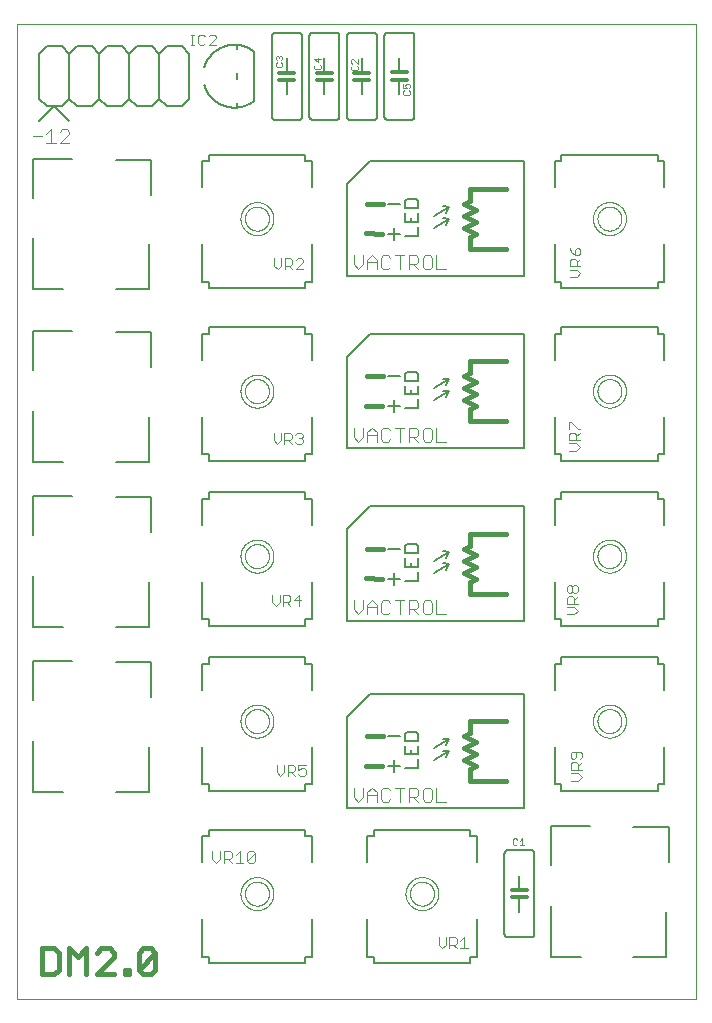
<source format=gto>
G75*
%MOIN*%
%OFA0B0*%
%FSLAX25Y25*%
%IPPOS*%
%LPD*%
%AMOC8*
5,1,8,0,0,1.08239X$1,22.5*
%
%ADD10C,0.00000*%
%ADD11C,0.01600*%
%ADD12C,0.01200*%
%ADD13C,0.00600*%
%ADD14C,0.00200*%
%ADD15C,0.00400*%
%ADD16C,0.00800*%
%ADD17C,0.00500*%
%ADD18C,0.00300*%
D10*
X0001000Y0001000D02*
X0001000Y0325961D01*
X0227201Y0325961D01*
X0227201Y0001000D01*
X0001000Y0001000D01*
D11*
X0009300Y0009300D02*
X0013504Y0009300D01*
X0014905Y0010701D01*
X0014905Y0016306D01*
X0013504Y0017707D01*
X0009300Y0017707D01*
X0009300Y0009300D01*
X0018508Y0009300D02*
X0018508Y0017707D01*
X0021310Y0014905D01*
X0024113Y0017707D01*
X0024113Y0009300D01*
X0027716Y0009300D02*
X0033321Y0014905D01*
X0033321Y0016306D01*
X0031919Y0017707D01*
X0029117Y0017707D01*
X0027716Y0016306D01*
X0027716Y0009300D02*
X0033321Y0009300D01*
X0036924Y0009300D02*
X0038325Y0009300D01*
X0038325Y0010701D01*
X0036924Y0010701D01*
X0036924Y0009300D01*
X0041528Y0010701D02*
X0041528Y0016306D01*
X0042929Y0017707D01*
X0045731Y0017707D01*
X0047132Y0016306D01*
X0041528Y0010701D01*
X0042929Y0009300D01*
X0045731Y0009300D01*
X0047132Y0010701D01*
X0047132Y0016306D01*
X0117425Y0078545D02*
X0122740Y0078525D01*
X0123147Y0088520D02*
X0117832Y0088500D01*
X0150000Y0088500D02*
X0154000Y0086500D01*
X0150000Y0084500D01*
X0154000Y0082500D01*
X0150000Y0080500D01*
X0154000Y0078500D01*
X0152000Y0077500D01*
X0152000Y0073500D01*
X0164000Y0073500D01*
X0152000Y0089500D02*
X0150000Y0088500D01*
X0152000Y0089500D02*
X0152000Y0093500D01*
X0164000Y0093500D01*
X0164000Y0136000D02*
X0152000Y0136000D01*
X0152000Y0140000D01*
X0154000Y0141000D01*
X0150000Y0143000D01*
X0154000Y0145000D01*
X0150000Y0147000D01*
X0154000Y0149000D01*
X0150000Y0151000D01*
X0152000Y0152000D01*
X0152000Y0156000D01*
X0164000Y0156000D01*
X0164000Y0193500D02*
X0152000Y0193500D01*
X0152000Y0197500D01*
X0154000Y0198500D01*
X0150000Y0200500D01*
X0154000Y0202500D01*
X0150000Y0204500D01*
X0154000Y0206500D01*
X0150000Y0208500D01*
X0152000Y0209500D01*
X0152000Y0213500D01*
X0164000Y0213500D01*
X0164000Y0251000D02*
X0152000Y0251000D01*
X0152000Y0255000D01*
X0154000Y0256000D01*
X0150000Y0258000D01*
X0154000Y0260000D01*
X0150000Y0262000D01*
X0154000Y0264000D01*
X0150000Y0266000D01*
X0152000Y0267000D01*
X0152000Y0271000D01*
X0164000Y0271000D01*
X0123147Y0266020D02*
X0117832Y0266000D01*
X0117425Y0256045D02*
X0122740Y0256025D01*
X0123147Y0208520D02*
X0117832Y0208500D01*
X0117425Y0198545D02*
X0122740Y0198525D01*
X0123147Y0151020D02*
X0117832Y0151000D01*
X0117425Y0141045D02*
X0122740Y0141025D01*
D12*
X0166000Y0037300D02*
X0168500Y0037300D01*
X0171000Y0037300D01*
X0171000Y0034800D02*
X0168500Y0034800D01*
X0166000Y0034800D01*
X0131000Y0307300D02*
X0128500Y0307300D01*
X0126000Y0307300D01*
X0126000Y0309800D02*
X0128500Y0309800D01*
X0131000Y0309800D01*
X0118500Y0309700D02*
X0116000Y0309700D01*
X0113500Y0309700D01*
X0113500Y0307200D02*
X0116000Y0307200D01*
X0118500Y0307200D01*
X0106000Y0307200D02*
X0103500Y0307200D01*
X0101000Y0307200D01*
X0101000Y0309700D02*
X0103500Y0309700D01*
X0106000Y0309700D01*
X0093500Y0309700D02*
X0091000Y0309700D01*
X0088500Y0309700D01*
X0088500Y0307200D02*
X0091000Y0307200D01*
X0093500Y0307200D01*
D13*
X0091000Y0307200D02*
X0091000Y0302500D01*
X0086000Y0295000D02*
X0086002Y0294940D01*
X0086007Y0294879D01*
X0086016Y0294820D01*
X0086029Y0294761D01*
X0086045Y0294702D01*
X0086065Y0294645D01*
X0086088Y0294590D01*
X0086115Y0294535D01*
X0086144Y0294483D01*
X0086177Y0294432D01*
X0086213Y0294383D01*
X0086251Y0294337D01*
X0086293Y0294293D01*
X0086337Y0294251D01*
X0086383Y0294213D01*
X0086432Y0294177D01*
X0086483Y0294144D01*
X0086535Y0294115D01*
X0086590Y0294088D01*
X0086645Y0294065D01*
X0086702Y0294045D01*
X0086761Y0294029D01*
X0086820Y0294016D01*
X0086879Y0294007D01*
X0086940Y0294002D01*
X0087000Y0294000D01*
X0095000Y0294000D01*
X0095060Y0294002D01*
X0095121Y0294007D01*
X0095180Y0294016D01*
X0095239Y0294029D01*
X0095298Y0294045D01*
X0095355Y0294065D01*
X0095410Y0294088D01*
X0095465Y0294115D01*
X0095517Y0294144D01*
X0095568Y0294177D01*
X0095617Y0294213D01*
X0095663Y0294251D01*
X0095707Y0294293D01*
X0095749Y0294337D01*
X0095787Y0294383D01*
X0095823Y0294432D01*
X0095856Y0294483D01*
X0095885Y0294535D01*
X0095912Y0294590D01*
X0095935Y0294645D01*
X0095955Y0294702D01*
X0095971Y0294761D01*
X0095984Y0294820D01*
X0095993Y0294879D01*
X0095998Y0294940D01*
X0096000Y0295000D01*
X0096000Y0322000D01*
X0095998Y0322060D01*
X0095993Y0322121D01*
X0095984Y0322180D01*
X0095971Y0322239D01*
X0095955Y0322298D01*
X0095935Y0322355D01*
X0095912Y0322410D01*
X0095885Y0322465D01*
X0095856Y0322517D01*
X0095823Y0322568D01*
X0095787Y0322617D01*
X0095749Y0322663D01*
X0095707Y0322707D01*
X0095663Y0322749D01*
X0095617Y0322787D01*
X0095568Y0322823D01*
X0095517Y0322856D01*
X0095465Y0322885D01*
X0095410Y0322912D01*
X0095355Y0322935D01*
X0095298Y0322955D01*
X0095239Y0322971D01*
X0095180Y0322984D01*
X0095121Y0322993D01*
X0095060Y0322998D01*
X0095000Y0323000D01*
X0087000Y0323000D01*
X0086940Y0322998D01*
X0086879Y0322993D01*
X0086820Y0322984D01*
X0086761Y0322971D01*
X0086702Y0322955D01*
X0086645Y0322935D01*
X0086590Y0322912D01*
X0086535Y0322885D01*
X0086483Y0322856D01*
X0086432Y0322823D01*
X0086383Y0322787D01*
X0086337Y0322749D01*
X0086293Y0322707D01*
X0086251Y0322663D01*
X0086213Y0322617D01*
X0086177Y0322568D01*
X0086144Y0322517D01*
X0086115Y0322465D01*
X0086088Y0322410D01*
X0086065Y0322355D01*
X0086045Y0322298D01*
X0086029Y0322239D01*
X0086016Y0322180D01*
X0086007Y0322121D01*
X0086002Y0322060D01*
X0086000Y0322000D01*
X0086000Y0295000D01*
X0080000Y0300252D02*
X0080000Y0316748D01*
X0074500Y0317374D02*
X0074500Y0318953D01*
X0074500Y0309626D02*
X0074500Y0307374D01*
X0080000Y0300252D02*
X0079798Y0300097D01*
X0079593Y0299947D01*
X0079384Y0299801D01*
X0079171Y0299661D01*
X0078956Y0299527D01*
X0078736Y0299397D01*
X0078514Y0299273D01*
X0078289Y0299154D01*
X0078061Y0299041D01*
X0077831Y0298933D01*
X0077598Y0298831D01*
X0077362Y0298734D01*
X0077125Y0298643D01*
X0076885Y0298558D01*
X0076643Y0298479D01*
X0076399Y0298406D01*
X0076154Y0298339D01*
X0075907Y0298278D01*
X0075658Y0298222D01*
X0075409Y0298173D01*
X0075158Y0298130D01*
X0074906Y0298093D01*
X0074653Y0298062D01*
X0074400Y0298037D01*
X0074146Y0298018D01*
X0073892Y0298005D01*
X0073638Y0297999D01*
X0073383Y0297999D01*
X0073129Y0298005D01*
X0072875Y0298017D01*
X0072621Y0298035D01*
X0072367Y0298059D01*
X0072115Y0298090D01*
X0071863Y0298126D01*
X0071612Y0298169D01*
X0071362Y0298218D01*
X0071114Y0298273D01*
X0070867Y0298334D01*
X0070621Y0298400D01*
X0070377Y0298473D01*
X0070135Y0298552D01*
X0069895Y0298636D01*
X0069657Y0298726D01*
X0069422Y0298822D01*
X0069188Y0298924D01*
X0068957Y0299031D01*
X0068729Y0299144D01*
X0068504Y0299263D01*
X0068282Y0299386D01*
X0068062Y0299516D01*
X0067846Y0299650D01*
X0067634Y0299790D01*
X0067424Y0299934D01*
X0067219Y0300084D01*
X0067016Y0300239D01*
X0066818Y0300398D01*
X0066624Y0300563D01*
X0066434Y0300732D01*
X0066247Y0300905D01*
X0066066Y0301083D01*
X0065888Y0301266D01*
X0065715Y0301452D01*
X0065546Y0301643D01*
X0065383Y0301838D01*
X0065224Y0302036D01*
X0065069Y0302239D01*
X0064920Y0302445D01*
X0064776Y0302655D01*
X0064637Y0302868D01*
X0064503Y0303084D01*
X0064375Y0303304D01*
X0064251Y0303527D01*
X0064134Y0303752D01*
X0064021Y0303981D01*
X0063915Y0304212D01*
X0063814Y0304445D01*
X0063718Y0304681D01*
X0063629Y0304919D01*
X0063545Y0305160D01*
X0063467Y0305402D01*
X0058500Y0301000D02*
X0058500Y0316000D01*
X0056000Y0318500D01*
X0051000Y0318500D01*
X0048500Y0316000D01*
X0048500Y0301000D01*
X0051000Y0298500D01*
X0056000Y0298500D01*
X0058500Y0301000D01*
X0048500Y0301000D02*
X0046000Y0298500D01*
X0041000Y0298500D01*
X0038500Y0301000D01*
X0038500Y0316000D01*
X0041000Y0318500D01*
X0046000Y0318500D01*
X0048500Y0316000D01*
X0038500Y0316000D02*
X0036000Y0318500D01*
X0031000Y0318500D01*
X0028500Y0316000D01*
X0028500Y0301000D01*
X0031000Y0298500D01*
X0036000Y0298500D01*
X0038500Y0301000D01*
X0028500Y0301000D02*
X0026000Y0298500D01*
X0021000Y0298500D01*
X0018500Y0301000D01*
X0018500Y0316000D01*
X0021000Y0318500D01*
X0026000Y0318500D01*
X0028500Y0316000D01*
X0018500Y0316000D02*
X0016000Y0318500D01*
X0011000Y0318500D01*
X0008500Y0316000D01*
X0008500Y0301000D01*
X0011000Y0298500D01*
X0013500Y0298500D01*
X0016000Y0298500D01*
X0018500Y0301000D01*
X0063467Y0311598D02*
X0063545Y0311840D01*
X0063629Y0312081D01*
X0063718Y0312319D01*
X0063814Y0312555D01*
X0063915Y0312788D01*
X0064021Y0313019D01*
X0064134Y0313248D01*
X0064251Y0313473D01*
X0064375Y0313696D01*
X0064503Y0313916D01*
X0064637Y0314132D01*
X0064776Y0314345D01*
X0064920Y0314555D01*
X0065069Y0314761D01*
X0065224Y0314964D01*
X0065383Y0315162D01*
X0065546Y0315357D01*
X0065715Y0315548D01*
X0065888Y0315734D01*
X0066066Y0315917D01*
X0066247Y0316095D01*
X0066434Y0316268D01*
X0066624Y0316437D01*
X0066818Y0316602D01*
X0067016Y0316761D01*
X0067219Y0316916D01*
X0067424Y0317066D01*
X0067634Y0317210D01*
X0067846Y0317350D01*
X0068062Y0317484D01*
X0068282Y0317614D01*
X0068504Y0317737D01*
X0068729Y0317856D01*
X0068957Y0317969D01*
X0069188Y0318076D01*
X0069422Y0318178D01*
X0069657Y0318274D01*
X0069895Y0318364D01*
X0070135Y0318448D01*
X0070377Y0318527D01*
X0070621Y0318600D01*
X0070867Y0318666D01*
X0071114Y0318727D01*
X0071362Y0318782D01*
X0071612Y0318831D01*
X0071863Y0318874D01*
X0072115Y0318910D01*
X0072367Y0318941D01*
X0072621Y0318965D01*
X0072875Y0318983D01*
X0073129Y0318995D01*
X0073383Y0319001D01*
X0073638Y0319001D01*
X0073892Y0318995D01*
X0074146Y0318982D01*
X0074400Y0318963D01*
X0074653Y0318938D01*
X0074906Y0318907D01*
X0075158Y0318870D01*
X0075409Y0318827D01*
X0075658Y0318778D01*
X0075907Y0318722D01*
X0076154Y0318661D01*
X0076399Y0318594D01*
X0076643Y0318521D01*
X0076885Y0318442D01*
X0077125Y0318357D01*
X0077362Y0318266D01*
X0077598Y0318169D01*
X0077831Y0318067D01*
X0078061Y0317959D01*
X0078289Y0317846D01*
X0078514Y0317727D01*
X0078736Y0317603D01*
X0078956Y0317473D01*
X0079171Y0317339D01*
X0079384Y0317199D01*
X0079593Y0317053D01*
X0079798Y0316903D01*
X0080000Y0316748D01*
X0091000Y0314500D02*
X0091000Y0309700D01*
X0098500Y0322000D02*
X0098500Y0295000D01*
X0098502Y0294940D01*
X0098507Y0294879D01*
X0098516Y0294820D01*
X0098529Y0294761D01*
X0098545Y0294702D01*
X0098565Y0294645D01*
X0098588Y0294590D01*
X0098615Y0294535D01*
X0098644Y0294483D01*
X0098677Y0294432D01*
X0098713Y0294383D01*
X0098751Y0294337D01*
X0098793Y0294293D01*
X0098837Y0294251D01*
X0098883Y0294213D01*
X0098932Y0294177D01*
X0098983Y0294144D01*
X0099035Y0294115D01*
X0099090Y0294088D01*
X0099145Y0294065D01*
X0099202Y0294045D01*
X0099261Y0294029D01*
X0099320Y0294016D01*
X0099379Y0294007D01*
X0099440Y0294002D01*
X0099500Y0294000D01*
X0107500Y0294000D01*
X0107560Y0294002D01*
X0107621Y0294007D01*
X0107680Y0294016D01*
X0107739Y0294029D01*
X0107798Y0294045D01*
X0107855Y0294065D01*
X0107910Y0294088D01*
X0107965Y0294115D01*
X0108017Y0294144D01*
X0108068Y0294177D01*
X0108117Y0294213D01*
X0108163Y0294251D01*
X0108207Y0294293D01*
X0108249Y0294337D01*
X0108287Y0294383D01*
X0108323Y0294432D01*
X0108356Y0294483D01*
X0108385Y0294535D01*
X0108412Y0294590D01*
X0108435Y0294645D01*
X0108455Y0294702D01*
X0108471Y0294761D01*
X0108484Y0294820D01*
X0108493Y0294879D01*
X0108498Y0294940D01*
X0108500Y0295000D01*
X0108500Y0322000D01*
X0108498Y0322060D01*
X0108493Y0322121D01*
X0108484Y0322180D01*
X0108471Y0322239D01*
X0108455Y0322298D01*
X0108435Y0322355D01*
X0108412Y0322410D01*
X0108385Y0322465D01*
X0108356Y0322517D01*
X0108323Y0322568D01*
X0108287Y0322617D01*
X0108249Y0322663D01*
X0108207Y0322707D01*
X0108163Y0322749D01*
X0108117Y0322787D01*
X0108068Y0322823D01*
X0108017Y0322856D01*
X0107965Y0322885D01*
X0107910Y0322912D01*
X0107855Y0322935D01*
X0107798Y0322955D01*
X0107739Y0322971D01*
X0107680Y0322984D01*
X0107621Y0322993D01*
X0107560Y0322998D01*
X0107500Y0323000D01*
X0099500Y0323000D01*
X0099440Y0322998D01*
X0099379Y0322993D01*
X0099320Y0322984D01*
X0099261Y0322971D01*
X0099202Y0322955D01*
X0099145Y0322935D01*
X0099090Y0322912D01*
X0099035Y0322885D01*
X0098983Y0322856D01*
X0098932Y0322823D01*
X0098883Y0322787D01*
X0098837Y0322749D01*
X0098793Y0322707D01*
X0098751Y0322663D01*
X0098713Y0322617D01*
X0098677Y0322568D01*
X0098644Y0322517D01*
X0098615Y0322465D01*
X0098588Y0322410D01*
X0098565Y0322355D01*
X0098545Y0322298D01*
X0098529Y0322239D01*
X0098516Y0322180D01*
X0098507Y0322121D01*
X0098502Y0322060D01*
X0098500Y0322000D01*
X0103500Y0314500D02*
X0103500Y0309700D01*
X0103500Y0307200D02*
X0103500Y0302500D01*
X0111000Y0295000D02*
X0111000Y0322000D01*
X0111002Y0322060D01*
X0111007Y0322121D01*
X0111016Y0322180D01*
X0111029Y0322239D01*
X0111045Y0322298D01*
X0111065Y0322355D01*
X0111088Y0322410D01*
X0111115Y0322465D01*
X0111144Y0322517D01*
X0111177Y0322568D01*
X0111213Y0322617D01*
X0111251Y0322663D01*
X0111293Y0322707D01*
X0111337Y0322749D01*
X0111383Y0322787D01*
X0111432Y0322823D01*
X0111483Y0322856D01*
X0111535Y0322885D01*
X0111590Y0322912D01*
X0111645Y0322935D01*
X0111702Y0322955D01*
X0111761Y0322971D01*
X0111820Y0322984D01*
X0111879Y0322993D01*
X0111940Y0322998D01*
X0112000Y0323000D01*
X0120000Y0323000D01*
X0120060Y0322998D01*
X0120121Y0322993D01*
X0120180Y0322984D01*
X0120239Y0322971D01*
X0120298Y0322955D01*
X0120355Y0322935D01*
X0120410Y0322912D01*
X0120465Y0322885D01*
X0120517Y0322856D01*
X0120568Y0322823D01*
X0120617Y0322787D01*
X0120663Y0322749D01*
X0120707Y0322707D01*
X0120749Y0322663D01*
X0120787Y0322617D01*
X0120823Y0322568D01*
X0120856Y0322517D01*
X0120885Y0322465D01*
X0120912Y0322410D01*
X0120935Y0322355D01*
X0120955Y0322298D01*
X0120971Y0322239D01*
X0120984Y0322180D01*
X0120993Y0322121D01*
X0120998Y0322060D01*
X0121000Y0322000D01*
X0121000Y0295000D01*
X0120998Y0294940D01*
X0120993Y0294879D01*
X0120984Y0294820D01*
X0120971Y0294761D01*
X0120955Y0294702D01*
X0120935Y0294645D01*
X0120912Y0294590D01*
X0120885Y0294535D01*
X0120856Y0294483D01*
X0120823Y0294432D01*
X0120787Y0294383D01*
X0120749Y0294337D01*
X0120707Y0294293D01*
X0120663Y0294251D01*
X0120617Y0294213D01*
X0120568Y0294177D01*
X0120517Y0294144D01*
X0120465Y0294115D01*
X0120410Y0294088D01*
X0120355Y0294065D01*
X0120298Y0294045D01*
X0120239Y0294029D01*
X0120180Y0294016D01*
X0120121Y0294007D01*
X0120060Y0294002D01*
X0120000Y0294000D01*
X0112000Y0294000D01*
X0111940Y0294002D01*
X0111879Y0294007D01*
X0111820Y0294016D01*
X0111761Y0294029D01*
X0111702Y0294045D01*
X0111645Y0294065D01*
X0111590Y0294088D01*
X0111535Y0294115D01*
X0111483Y0294144D01*
X0111432Y0294177D01*
X0111383Y0294213D01*
X0111337Y0294251D01*
X0111293Y0294293D01*
X0111251Y0294337D01*
X0111213Y0294383D01*
X0111177Y0294432D01*
X0111144Y0294483D01*
X0111115Y0294535D01*
X0111088Y0294590D01*
X0111065Y0294645D01*
X0111045Y0294702D01*
X0111029Y0294761D01*
X0111016Y0294820D01*
X0111007Y0294879D01*
X0111002Y0294940D01*
X0111000Y0295000D01*
X0116000Y0302500D02*
X0116000Y0307200D01*
X0116000Y0309700D02*
X0116000Y0314500D01*
X0123500Y0322000D02*
X0123500Y0295000D01*
X0123502Y0294940D01*
X0123507Y0294879D01*
X0123516Y0294820D01*
X0123529Y0294761D01*
X0123545Y0294702D01*
X0123565Y0294645D01*
X0123588Y0294590D01*
X0123615Y0294535D01*
X0123644Y0294483D01*
X0123677Y0294432D01*
X0123713Y0294383D01*
X0123751Y0294337D01*
X0123793Y0294293D01*
X0123837Y0294251D01*
X0123883Y0294213D01*
X0123932Y0294177D01*
X0123983Y0294144D01*
X0124035Y0294115D01*
X0124090Y0294088D01*
X0124145Y0294065D01*
X0124202Y0294045D01*
X0124261Y0294029D01*
X0124320Y0294016D01*
X0124379Y0294007D01*
X0124440Y0294002D01*
X0124500Y0294000D01*
X0132500Y0294000D01*
X0132560Y0294002D01*
X0132621Y0294007D01*
X0132680Y0294016D01*
X0132739Y0294029D01*
X0132798Y0294045D01*
X0132855Y0294065D01*
X0132910Y0294088D01*
X0132965Y0294115D01*
X0133017Y0294144D01*
X0133068Y0294177D01*
X0133117Y0294213D01*
X0133163Y0294251D01*
X0133207Y0294293D01*
X0133249Y0294337D01*
X0133287Y0294383D01*
X0133323Y0294432D01*
X0133356Y0294483D01*
X0133385Y0294535D01*
X0133412Y0294590D01*
X0133435Y0294645D01*
X0133455Y0294702D01*
X0133471Y0294761D01*
X0133484Y0294820D01*
X0133493Y0294879D01*
X0133498Y0294940D01*
X0133500Y0295000D01*
X0133500Y0322000D01*
X0133498Y0322060D01*
X0133493Y0322121D01*
X0133484Y0322180D01*
X0133471Y0322239D01*
X0133455Y0322298D01*
X0133435Y0322355D01*
X0133412Y0322410D01*
X0133385Y0322465D01*
X0133356Y0322517D01*
X0133323Y0322568D01*
X0133287Y0322617D01*
X0133249Y0322663D01*
X0133207Y0322707D01*
X0133163Y0322749D01*
X0133117Y0322787D01*
X0133068Y0322823D01*
X0133017Y0322856D01*
X0132965Y0322885D01*
X0132910Y0322912D01*
X0132855Y0322935D01*
X0132798Y0322955D01*
X0132739Y0322971D01*
X0132680Y0322984D01*
X0132621Y0322993D01*
X0132560Y0322998D01*
X0132500Y0323000D01*
X0124500Y0323000D01*
X0124440Y0322998D01*
X0124379Y0322993D01*
X0124320Y0322984D01*
X0124261Y0322971D01*
X0124202Y0322955D01*
X0124145Y0322935D01*
X0124090Y0322912D01*
X0124035Y0322885D01*
X0123983Y0322856D01*
X0123932Y0322823D01*
X0123883Y0322787D01*
X0123837Y0322749D01*
X0123793Y0322707D01*
X0123751Y0322663D01*
X0123713Y0322617D01*
X0123677Y0322568D01*
X0123644Y0322517D01*
X0123615Y0322465D01*
X0123588Y0322410D01*
X0123565Y0322355D01*
X0123545Y0322298D01*
X0123529Y0322239D01*
X0123516Y0322180D01*
X0123507Y0322121D01*
X0123502Y0322060D01*
X0123500Y0322000D01*
X0128500Y0314500D02*
X0128500Y0309800D01*
X0128500Y0307300D02*
X0128500Y0302500D01*
X0131030Y0267444D02*
X0130296Y0266710D01*
X0130296Y0264508D01*
X0134700Y0264508D01*
X0134700Y0266710D01*
X0133966Y0267444D01*
X0131030Y0267444D01*
X0130296Y0262840D02*
X0130296Y0259904D01*
X0134700Y0259904D01*
X0134700Y0262840D01*
X0132498Y0261372D02*
X0132498Y0259904D01*
X0134700Y0258236D02*
X0134700Y0255300D01*
X0130296Y0255300D01*
X0131030Y0209944D02*
X0130296Y0209210D01*
X0130296Y0207008D01*
X0134700Y0207008D01*
X0134700Y0209210D01*
X0133966Y0209944D01*
X0131030Y0209944D01*
X0130296Y0205340D02*
X0130296Y0202404D01*
X0134700Y0202404D01*
X0134700Y0205340D01*
X0132498Y0203872D02*
X0132498Y0202404D01*
X0134700Y0200736D02*
X0134700Y0197800D01*
X0130296Y0197800D01*
X0131030Y0152444D02*
X0130296Y0151710D01*
X0130296Y0149508D01*
X0134700Y0149508D01*
X0134700Y0151710D01*
X0133966Y0152444D01*
X0131030Y0152444D01*
X0130296Y0147840D02*
X0130296Y0144904D01*
X0134700Y0144904D01*
X0134700Y0147840D01*
X0132498Y0146372D02*
X0132498Y0144904D01*
X0134700Y0143236D02*
X0134700Y0140300D01*
X0130296Y0140300D01*
X0131030Y0089944D02*
X0130296Y0089210D01*
X0130296Y0087008D01*
X0134700Y0087008D01*
X0134700Y0089210D01*
X0133966Y0089944D01*
X0131030Y0089944D01*
X0130296Y0085340D02*
X0130296Y0082404D01*
X0134700Y0082404D01*
X0134700Y0085340D01*
X0132498Y0083872D02*
X0132498Y0082404D01*
X0134700Y0080736D02*
X0134700Y0077800D01*
X0130296Y0077800D01*
X0163500Y0049500D02*
X0163500Y0022500D01*
X0163502Y0022440D01*
X0163507Y0022379D01*
X0163516Y0022320D01*
X0163529Y0022261D01*
X0163545Y0022202D01*
X0163565Y0022145D01*
X0163588Y0022090D01*
X0163615Y0022035D01*
X0163644Y0021983D01*
X0163677Y0021932D01*
X0163713Y0021883D01*
X0163751Y0021837D01*
X0163793Y0021793D01*
X0163837Y0021751D01*
X0163883Y0021713D01*
X0163932Y0021677D01*
X0163983Y0021644D01*
X0164035Y0021615D01*
X0164090Y0021588D01*
X0164145Y0021565D01*
X0164202Y0021545D01*
X0164261Y0021529D01*
X0164320Y0021516D01*
X0164379Y0021507D01*
X0164440Y0021502D01*
X0164500Y0021500D01*
X0172500Y0021500D01*
X0172560Y0021502D01*
X0172621Y0021507D01*
X0172680Y0021516D01*
X0172739Y0021529D01*
X0172798Y0021545D01*
X0172855Y0021565D01*
X0172910Y0021588D01*
X0172965Y0021615D01*
X0173017Y0021644D01*
X0173068Y0021677D01*
X0173117Y0021713D01*
X0173163Y0021751D01*
X0173207Y0021793D01*
X0173249Y0021837D01*
X0173287Y0021883D01*
X0173323Y0021932D01*
X0173356Y0021983D01*
X0173385Y0022035D01*
X0173412Y0022090D01*
X0173435Y0022145D01*
X0173455Y0022202D01*
X0173471Y0022261D01*
X0173484Y0022320D01*
X0173493Y0022379D01*
X0173498Y0022440D01*
X0173500Y0022500D01*
X0173500Y0049500D01*
X0173498Y0049560D01*
X0173493Y0049621D01*
X0173484Y0049680D01*
X0173471Y0049739D01*
X0173455Y0049798D01*
X0173435Y0049855D01*
X0173412Y0049910D01*
X0173385Y0049965D01*
X0173356Y0050017D01*
X0173323Y0050068D01*
X0173287Y0050117D01*
X0173249Y0050163D01*
X0173207Y0050207D01*
X0173163Y0050249D01*
X0173117Y0050287D01*
X0173068Y0050323D01*
X0173017Y0050356D01*
X0172965Y0050385D01*
X0172910Y0050412D01*
X0172855Y0050435D01*
X0172798Y0050455D01*
X0172739Y0050471D01*
X0172680Y0050484D01*
X0172621Y0050493D01*
X0172560Y0050498D01*
X0172500Y0050500D01*
X0164500Y0050500D01*
X0164440Y0050498D01*
X0164379Y0050493D01*
X0164320Y0050484D01*
X0164261Y0050471D01*
X0164202Y0050455D01*
X0164145Y0050435D01*
X0164090Y0050412D01*
X0164035Y0050385D01*
X0163983Y0050356D01*
X0163932Y0050323D01*
X0163883Y0050287D01*
X0163837Y0050249D01*
X0163793Y0050207D01*
X0163751Y0050163D01*
X0163713Y0050117D01*
X0163677Y0050068D01*
X0163644Y0050017D01*
X0163615Y0049965D01*
X0163588Y0049910D01*
X0163565Y0049855D01*
X0163545Y0049798D01*
X0163529Y0049739D01*
X0163516Y0049680D01*
X0163507Y0049621D01*
X0163502Y0049560D01*
X0163500Y0049500D01*
X0168500Y0042000D02*
X0168500Y0037300D01*
X0168500Y0034800D02*
X0168500Y0030000D01*
X0074500Y0298047D02*
X0074500Y0299626D01*
D14*
X0087198Y0311956D02*
X0087565Y0311589D01*
X0089032Y0311589D01*
X0089399Y0311956D01*
X0089399Y0312690D01*
X0089032Y0313057D01*
X0089032Y0313799D02*
X0089399Y0314166D01*
X0089399Y0314900D01*
X0089032Y0315267D01*
X0088666Y0315267D01*
X0088299Y0314900D01*
X0088299Y0314533D01*
X0088299Y0314900D02*
X0087932Y0315267D01*
X0087565Y0315267D01*
X0087198Y0314900D01*
X0087198Y0314166D01*
X0087565Y0313799D01*
X0087565Y0313057D02*
X0087198Y0312690D01*
X0087198Y0311956D01*
X0100108Y0312000D02*
X0100108Y0311266D01*
X0100475Y0310899D01*
X0101943Y0310899D01*
X0102310Y0311266D01*
X0102310Y0312000D01*
X0101943Y0312367D01*
X0101209Y0313109D02*
X0100108Y0314210D01*
X0102310Y0314210D01*
X0101209Y0314577D02*
X0101209Y0313109D01*
X0100475Y0312367D02*
X0100108Y0312000D01*
X0112389Y0311582D02*
X0112389Y0310848D01*
X0112756Y0310481D01*
X0114224Y0310481D01*
X0114591Y0310848D01*
X0114591Y0311582D01*
X0114224Y0311949D01*
X0114591Y0312691D02*
X0113123Y0314159D01*
X0112756Y0314159D01*
X0112389Y0313792D01*
X0112389Y0313058D01*
X0112756Y0312691D01*
X0112756Y0311949D02*
X0112389Y0311582D01*
X0114591Y0312691D02*
X0114591Y0314159D01*
X0129769Y0305943D02*
X0129769Y0304475D01*
X0130870Y0304475D01*
X0130503Y0305209D01*
X0130503Y0305576D01*
X0130870Y0305943D01*
X0131604Y0305943D01*
X0131971Y0305576D01*
X0131971Y0304842D01*
X0131604Y0304475D01*
X0131604Y0303733D02*
X0131971Y0303366D01*
X0131971Y0302632D01*
X0131604Y0302265D01*
X0130136Y0302265D01*
X0129769Y0302632D01*
X0129769Y0303366D01*
X0130136Y0303733D01*
X0077000Y0261000D02*
X0077002Y0261126D01*
X0077008Y0261252D01*
X0077018Y0261378D01*
X0077032Y0261504D01*
X0077050Y0261629D01*
X0077072Y0261753D01*
X0077097Y0261877D01*
X0077127Y0262000D01*
X0077160Y0262121D01*
X0077198Y0262242D01*
X0077239Y0262361D01*
X0077284Y0262480D01*
X0077332Y0262596D01*
X0077384Y0262711D01*
X0077440Y0262824D01*
X0077500Y0262936D01*
X0077563Y0263045D01*
X0077629Y0263153D01*
X0077698Y0263258D01*
X0077771Y0263361D01*
X0077848Y0263462D01*
X0077927Y0263560D01*
X0078009Y0263656D01*
X0078095Y0263749D01*
X0078183Y0263840D01*
X0078274Y0263927D01*
X0078368Y0264012D01*
X0078464Y0264093D01*
X0078563Y0264172D01*
X0078664Y0264247D01*
X0078768Y0264319D01*
X0078874Y0264388D01*
X0078982Y0264454D01*
X0079092Y0264516D01*
X0079204Y0264574D01*
X0079317Y0264629D01*
X0079433Y0264680D01*
X0079550Y0264728D01*
X0079668Y0264772D01*
X0079788Y0264812D01*
X0079909Y0264848D01*
X0080031Y0264881D01*
X0080154Y0264910D01*
X0080278Y0264934D01*
X0080402Y0264955D01*
X0080527Y0264972D01*
X0080653Y0264985D01*
X0080779Y0264994D01*
X0080905Y0264999D01*
X0081032Y0265000D01*
X0081158Y0264997D01*
X0081284Y0264990D01*
X0081410Y0264979D01*
X0081535Y0264964D01*
X0081660Y0264945D01*
X0081784Y0264922D01*
X0081908Y0264896D01*
X0082030Y0264865D01*
X0082152Y0264831D01*
X0082272Y0264792D01*
X0082391Y0264750D01*
X0082509Y0264705D01*
X0082625Y0264655D01*
X0082740Y0264602D01*
X0082852Y0264545D01*
X0082963Y0264485D01*
X0083072Y0264421D01*
X0083179Y0264354D01*
X0083284Y0264284D01*
X0083387Y0264210D01*
X0083487Y0264133D01*
X0083585Y0264053D01*
X0083680Y0263970D01*
X0083772Y0263884D01*
X0083862Y0263795D01*
X0083949Y0263703D01*
X0084032Y0263609D01*
X0084113Y0263512D01*
X0084191Y0263412D01*
X0084266Y0263310D01*
X0084337Y0263206D01*
X0084405Y0263099D01*
X0084469Y0262991D01*
X0084530Y0262880D01*
X0084588Y0262768D01*
X0084642Y0262654D01*
X0084692Y0262538D01*
X0084739Y0262421D01*
X0084782Y0262302D01*
X0084821Y0262182D01*
X0084857Y0262061D01*
X0084888Y0261938D01*
X0084916Y0261815D01*
X0084940Y0261691D01*
X0084960Y0261566D01*
X0084976Y0261441D01*
X0084988Y0261315D01*
X0084996Y0261189D01*
X0085000Y0261063D01*
X0085000Y0260937D01*
X0084996Y0260811D01*
X0084988Y0260685D01*
X0084976Y0260559D01*
X0084960Y0260434D01*
X0084940Y0260309D01*
X0084916Y0260185D01*
X0084888Y0260062D01*
X0084857Y0259939D01*
X0084821Y0259818D01*
X0084782Y0259698D01*
X0084739Y0259579D01*
X0084692Y0259462D01*
X0084642Y0259346D01*
X0084588Y0259232D01*
X0084530Y0259120D01*
X0084469Y0259009D01*
X0084405Y0258901D01*
X0084337Y0258794D01*
X0084266Y0258690D01*
X0084191Y0258588D01*
X0084113Y0258488D01*
X0084032Y0258391D01*
X0083949Y0258297D01*
X0083862Y0258205D01*
X0083772Y0258116D01*
X0083680Y0258030D01*
X0083585Y0257947D01*
X0083487Y0257867D01*
X0083387Y0257790D01*
X0083284Y0257716D01*
X0083179Y0257646D01*
X0083072Y0257579D01*
X0082963Y0257515D01*
X0082852Y0257455D01*
X0082740Y0257398D01*
X0082625Y0257345D01*
X0082509Y0257295D01*
X0082391Y0257250D01*
X0082272Y0257208D01*
X0082152Y0257169D01*
X0082030Y0257135D01*
X0081908Y0257104D01*
X0081784Y0257078D01*
X0081660Y0257055D01*
X0081535Y0257036D01*
X0081410Y0257021D01*
X0081284Y0257010D01*
X0081158Y0257003D01*
X0081032Y0257000D01*
X0080905Y0257001D01*
X0080779Y0257006D01*
X0080653Y0257015D01*
X0080527Y0257028D01*
X0080402Y0257045D01*
X0080278Y0257066D01*
X0080154Y0257090D01*
X0080031Y0257119D01*
X0079909Y0257152D01*
X0079788Y0257188D01*
X0079668Y0257228D01*
X0079550Y0257272D01*
X0079433Y0257320D01*
X0079317Y0257371D01*
X0079204Y0257426D01*
X0079092Y0257484D01*
X0078982Y0257546D01*
X0078874Y0257612D01*
X0078768Y0257681D01*
X0078664Y0257753D01*
X0078563Y0257828D01*
X0078464Y0257907D01*
X0078368Y0257988D01*
X0078274Y0258073D01*
X0078183Y0258160D01*
X0078095Y0258251D01*
X0078009Y0258344D01*
X0077927Y0258440D01*
X0077848Y0258538D01*
X0077771Y0258639D01*
X0077698Y0258742D01*
X0077629Y0258847D01*
X0077563Y0258955D01*
X0077500Y0259064D01*
X0077440Y0259176D01*
X0077384Y0259289D01*
X0077332Y0259404D01*
X0077284Y0259520D01*
X0077239Y0259639D01*
X0077198Y0259758D01*
X0077160Y0259879D01*
X0077127Y0260000D01*
X0077097Y0260123D01*
X0077072Y0260247D01*
X0077050Y0260371D01*
X0077032Y0260496D01*
X0077018Y0260622D01*
X0077008Y0260748D01*
X0077002Y0260874D01*
X0077000Y0261000D01*
X0075500Y0261000D02*
X0075502Y0261148D01*
X0075508Y0261296D01*
X0075518Y0261444D01*
X0075532Y0261592D01*
X0075550Y0261739D01*
X0075572Y0261886D01*
X0075598Y0262032D01*
X0075627Y0262177D01*
X0075661Y0262322D01*
X0075699Y0262465D01*
X0075740Y0262608D01*
X0075785Y0262749D01*
X0075835Y0262889D01*
X0075887Y0263027D01*
X0075944Y0263165D01*
X0076004Y0263300D01*
X0076068Y0263434D01*
X0076135Y0263566D01*
X0076206Y0263696D01*
X0076281Y0263825D01*
X0076359Y0263951D01*
X0076440Y0264075D01*
X0076524Y0264197D01*
X0076612Y0264316D01*
X0076703Y0264433D01*
X0076797Y0264548D01*
X0076895Y0264660D01*
X0076995Y0264769D01*
X0077098Y0264876D01*
X0077204Y0264980D01*
X0077312Y0265081D01*
X0077424Y0265179D01*
X0077538Y0265274D01*
X0077654Y0265365D01*
X0077773Y0265454D01*
X0077894Y0265539D01*
X0078018Y0265621D01*
X0078144Y0265700D01*
X0078271Y0265775D01*
X0078401Y0265847D01*
X0078533Y0265916D01*
X0078666Y0265980D01*
X0078801Y0266041D01*
X0078938Y0266099D01*
X0079076Y0266153D01*
X0079216Y0266203D01*
X0079357Y0266249D01*
X0079499Y0266291D01*
X0079642Y0266330D01*
X0079786Y0266364D01*
X0079932Y0266395D01*
X0080077Y0266422D01*
X0080224Y0266445D01*
X0080371Y0266464D01*
X0080519Y0266479D01*
X0080666Y0266490D01*
X0080815Y0266497D01*
X0080963Y0266500D01*
X0081111Y0266499D01*
X0081259Y0266494D01*
X0081407Y0266485D01*
X0081555Y0266472D01*
X0081703Y0266455D01*
X0081849Y0266434D01*
X0081996Y0266409D01*
X0082141Y0266380D01*
X0082286Y0266348D01*
X0082429Y0266311D01*
X0082572Y0266271D01*
X0082714Y0266226D01*
X0082854Y0266178D01*
X0082993Y0266126D01*
X0083130Y0266071D01*
X0083266Y0266011D01*
X0083401Y0265948D01*
X0083533Y0265882D01*
X0083664Y0265812D01*
X0083793Y0265738D01*
X0083919Y0265661D01*
X0084044Y0265581D01*
X0084166Y0265497D01*
X0084287Y0265410D01*
X0084404Y0265320D01*
X0084520Y0265226D01*
X0084632Y0265130D01*
X0084742Y0265031D01*
X0084850Y0264928D01*
X0084954Y0264823D01*
X0085056Y0264715D01*
X0085154Y0264604D01*
X0085250Y0264491D01*
X0085343Y0264375D01*
X0085432Y0264257D01*
X0085518Y0264136D01*
X0085601Y0264013D01*
X0085681Y0263888D01*
X0085757Y0263761D01*
X0085830Y0263631D01*
X0085899Y0263500D01*
X0085964Y0263367D01*
X0086027Y0263233D01*
X0086085Y0263096D01*
X0086140Y0262958D01*
X0086190Y0262819D01*
X0086238Y0262678D01*
X0086281Y0262537D01*
X0086321Y0262394D01*
X0086356Y0262250D01*
X0086388Y0262105D01*
X0086416Y0261959D01*
X0086440Y0261813D01*
X0086460Y0261666D01*
X0086476Y0261518D01*
X0086488Y0261371D01*
X0086496Y0261222D01*
X0086500Y0261074D01*
X0086500Y0260926D01*
X0086496Y0260778D01*
X0086488Y0260629D01*
X0086476Y0260482D01*
X0086460Y0260334D01*
X0086440Y0260187D01*
X0086416Y0260041D01*
X0086388Y0259895D01*
X0086356Y0259750D01*
X0086321Y0259606D01*
X0086281Y0259463D01*
X0086238Y0259322D01*
X0086190Y0259181D01*
X0086140Y0259042D01*
X0086085Y0258904D01*
X0086027Y0258767D01*
X0085964Y0258633D01*
X0085899Y0258500D01*
X0085830Y0258369D01*
X0085757Y0258239D01*
X0085681Y0258112D01*
X0085601Y0257987D01*
X0085518Y0257864D01*
X0085432Y0257743D01*
X0085343Y0257625D01*
X0085250Y0257509D01*
X0085154Y0257396D01*
X0085056Y0257285D01*
X0084954Y0257177D01*
X0084850Y0257072D01*
X0084742Y0256969D01*
X0084632Y0256870D01*
X0084520Y0256774D01*
X0084404Y0256680D01*
X0084287Y0256590D01*
X0084166Y0256503D01*
X0084044Y0256419D01*
X0083919Y0256339D01*
X0083793Y0256262D01*
X0083664Y0256188D01*
X0083533Y0256118D01*
X0083401Y0256052D01*
X0083266Y0255989D01*
X0083130Y0255929D01*
X0082993Y0255874D01*
X0082854Y0255822D01*
X0082714Y0255774D01*
X0082572Y0255729D01*
X0082429Y0255689D01*
X0082286Y0255652D01*
X0082141Y0255620D01*
X0081996Y0255591D01*
X0081849Y0255566D01*
X0081703Y0255545D01*
X0081555Y0255528D01*
X0081407Y0255515D01*
X0081259Y0255506D01*
X0081111Y0255501D01*
X0080963Y0255500D01*
X0080815Y0255503D01*
X0080666Y0255510D01*
X0080519Y0255521D01*
X0080371Y0255536D01*
X0080224Y0255555D01*
X0080077Y0255578D01*
X0079932Y0255605D01*
X0079786Y0255636D01*
X0079642Y0255670D01*
X0079499Y0255709D01*
X0079357Y0255751D01*
X0079216Y0255797D01*
X0079076Y0255847D01*
X0078938Y0255901D01*
X0078801Y0255959D01*
X0078666Y0256020D01*
X0078533Y0256084D01*
X0078401Y0256153D01*
X0078271Y0256225D01*
X0078144Y0256300D01*
X0078018Y0256379D01*
X0077894Y0256461D01*
X0077773Y0256546D01*
X0077654Y0256635D01*
X0077538Y0256726D01*
X0077424Y0256821D01*
X0077312Y0256919D01*
X0077204Y0257020D01*
X0077098Y0257124D01*
X0076995Y0257231D01*
X0076895Y0257340D01*
X0076797Y0257452D01*
X0076703Y0257567D01*
X0076612Y0257684D01*
X0076524Y0257803D01*
X0076440Y0257925D01*
X0076359Y0258049D01*
X0076281Y0258175D01*
X0076206Y0258304D01*
X0076135Y0258434D01*
X0076068Y0258566D01*
X0076004Y0258700D01*
X0075944Y0258835D01*
X0075887Y0258973D01*
X0075835Y0259111D01*
X0075785Y0259251D01*
X0075740Y0259392D01*
X0075699Y0259535D01*
X0075661Y0259678D01*
X0075627Y0259823D01*
X0075598Y0259968D01*
X0075572Y0260114D01*
X0075550Y0260261D01*
X0075532Y0260408D01*
X0075518Y0260556D01*
X0075508Y0260704D01*
X0075502Y0260852D01*
X0075500Y0261000D01*
X0077000Y0203500D02*
X0077002Y0203626D01*
X0077008Y0203752D01*
X0077018Y0203878D01*
X0077032Y0204004D01*
X0077050Y0204129D01*
X0077072Y0204253D01*
X0077097Y0204377D01*
X0077127Y0204500D01*
X0077160Y0204621D01*
X0077198Y0204742D01*
X0077239Y0204861D01*
X0077284Y0204980D01*
X0077332Y0205096D01*
X0077384Y0205211D01*
X0077440Y0205324D01*
X0077500Y0205436D01*
X0077563Y0205545D01*
X0077629Y0205653D01*
X0077698Y0205758D01*
X0077771Y0205861D01*
X0077848Y0205962D01*
X0077927Y0206060D01*
X0078009Y0206156D01*
X0078095Y0206249D01*
X0078183Y0206340D01*
X0078274Y0206427D01*
X0078368Y0206512D01*
X0078464Y0206593D01*
X0078563Y0206672D01*
X0078664Y0206747D01*
X0078768Y0206819D01*
X0078874Y0206888D01*
X0078982Y0206954D01*
X0079092Y0207016D01*
X0079204Y0207074D01*
X0079317Y0207129D01*
X0079433Y0207180D01*
X0079550Y0207228D01*
X0079668Y0207272D01*
X0079788Y0207312D01*
X0079909Y0207348D01*
X0080031Y0207381D01*
X0080154Y0207410D01*
X0080278Y0207434D01*
X0080402Y0207455D01*
X0080527Y0207472D01*
X0080653Y0207485D01*
X0080779Y0207494D01*
X0080905Y0207499D01*
X0081032Y0207500D01*
X0081158Y0207497D01*
X0081284Y0207490D01*
X0081410Y0207479D01*
X0081535Y0207464D01*
X0081660Y0207445D01*
X0081784Y0207422D01*
X0081908Y0207396D01*
X0082030Y0207365D01*
X0082152Y0207331D01*
X0082272Y0207292D01*
X0082391Y0207250D01*
X0082509Y0207205D01*
X0082625Y0207155D01*
X0082740Y0207102D01*
X0082852Y0207045D01*
X0082963Y0206985D01*
X0083072Y0206921D01*
X0083179Y0206854D01*
X0083284Y0206784D01*
X0083387Y0206710D01*
X0083487Y0206633D01*
X0083585Y0206553D01*
X0083680Y0206470D01*
X0083772Y0206384D01*
X0083862Y0206295D01*
X0083949Y0206203D01*
X0084032Y0206109D01*
X0084113Y0206012D01*
X0084191Y0205912D01*
X0084266Y0205810D01*
X0084337Y0205706D01*
X0084405Y0205599D01*
X0084469Y0205491D01*
X0084530Y0205380D01*
X0084588Y0205268D01*
X0084642Y0205154D01*
X0084692Y0205038D01*
X0084739Y0204921D01*
X0084782Y0204802D01*
X0084821Y0204682D01*
X0084857Y0204561D01*
X0084888Y0204438D01*
X0084916Y0204315D01*
X0084940Y0204191D01*
X0084960Y0204066D01*
X0084976Y0203941D01*
X0084988Y0203815D01*
X0084996Y0203689D01*
X0085000Y0203563D01*
X0085000Y0203437D01*
X0084996Y0203311D01*
X0084988Y0203185D01*
X0084976Y0203059D01*
X0084960Y0202934D01*
X0084940Y0202809D01*
X0084916Y0202685D01*
X0084888Y0202562D01*
X0084857Y0202439D01*
X0084821Y0202318D01*
X0084782Y0202198D01*
X0084739Y0202079D01*
X0084692Y0201962D01*
X0084642Y0201846D01*
X0084588Y0201732D01*
X0084530Y0201620D01*
X0084469Y0201509D01*
X0084405Y0201401D01*
X0084337Y0201294D01*
X0084266Y0201190D01*
X0084191Y0201088D01*
X0084113Y0200988D01*
X0084032Y0200891D01*
X0083949Y0200797D01*
X0083862Y0200705D01*
X0083772Y0200616D01*
X0083680Y0200530D01*
X0083585Y0200447D01*
X0083487Y0200367D01*
X0083387Y0200290D01*
X0083284Y0200216D01*
X0083179Y0200146D01*
X0083072Y0200079D01*
X0082963Y0200015D01*
X0082852Y0199955D01*
X0082740Y0199898D01*
X0082625Y0199845D01*
X0082509Y0199795D01*
X0082391Y0199750D01*
X0082272Y0199708D01*
X0082152Y0199669D01*
X0082030Y0199635D01*
X0081908Y0199604D01*
X0081784Y0199578D01*
X0081660Y0199555D01*
X0081535Y0199536D01*
X0081410Y0199521D01*
X0081284Y0199510D01*
X0081158Y0199503D01*
X0081032Y0199500D01*
X0080905Y0199501D01*
X0080779Y0199506D01*
X0080653Y0199515D01*
X0080527Y0199528D01*
X0080402Y0199545D01*
X0080278Y0199566D01*
X0080154Y0199590D01*
X0080031Y0199619D01*
X0079909Y0199652D01*
X0079788Y0199688D01*
X0079668Y0199728D01*
X0079550Y0199772D01*
X0079433Y0199820D01*
X0079317Y0199871D01*
X0079204Y0199926D01*
X0079092Y0199984D01*
X0078982Y0200046D01*
X0078874Y0200112D01*
X0078768Y0200181D01*
X0078664Y0200253D01*
X0078563Y0200328D01*
X0078464Y0200407D01*
X0078368Y0200488D01*
X0078274Y0200573D01*
X0078183Y0200660D01*
X0078095Y0200751D01*
X0078009Y0200844D01*
X0077927Y0200940D01*
X0077848Y0201038D01*
X0077771Y0201139D01*
X0077698Y0201242D01*
X0077629Y0201347D01*
X0077563Y0201455D01*
X0077500Y0201564D01*
X0077440Y0201676D01*
X0077384Y0201789D01*
X0077332Y0201904D01*
X0077284Y0202020D01*
X0077239Y0202139D01*
X0077198Y0202258D01*
X0077160Y0202379D01*
X0077127Y0202500D01*
X0077097Y0202623D01*
X0077072Y0202747D01*
X0077050Y0202871D01*
X0077032Y0202996D01*
X0077018Y0203122D01*
X0077008Y0203248D01*
X0077002Y0203374D01*
X0077000Y0203500D01*
X0075500Y0203500D02*
X0075502Y0203648D01*
X0075508Y0203796D01*
X0075518Y0203944D01*
X0075532Y0204092D01*
X0075550Y0204239D01*
X0075572Y0204386D01*
X0075598Y0204532D01*
X0075627Y0204677D01*
X0075661Y0204822D01*
X0075699Y0204965D01*
X0075740Y0205108D01*
X0075785Y0205249D01*
X0075835Y0205389D01*
X0075887Y0205527D01*
X0075944Y0205665D01*
X0076004Y0205800D01*
X0076068Y0205934D01*
X0076135Y0206066D01*
X0076206Y0206196D01*
X0076281Y0206325D01*
X0076359Y0206451D01*
X0076440Y0206575D01*
X0076524Y0206697D01*
X0076612Y0206816D01*
X0076703Y0206933D01*
X0076797Y0207048D01*
X0076895Y0207160D01*
X0076995Y0207269D01*
X0077098Y0207376D01*
X0077204Y0207480D01*
X0077312Y0207581D01*
X0077424Y0207679D01*
X0077538Y0207774D01*
X0077654Y0207865D01*
X0077773Y0207954D01*
X0077894Y0208039D01*
X0078018Y0208121D01*
X0078144Y0208200D01*
X0078271Y0208275D01*
X0078401Y0208347D01*
X0078533Y0208416D01*
X0078666Y0208480D01*
X0078801Y0208541D01*
X0078938Y0208599D01*
X0079076Y0208653D01*
X0079216Y0208703D01*
X0079357Y0208749D01*
X0079499Y0208791D01*
X0079642Y0208830D01*
X0079786Y0208864D01*
X0079932Y0208895D01*
X0080077Y0208922D01*
X0080224Y0208945D01*
X0080371Y0208964D01*
X0080519Y0208979D01*
X0080666Y0208990D01*
X0080815Y0208997D01*
X0080963Y0209000D01*
X0081111Y0208999D01*
X0081259Y0208994D01*
X0081407Y0208985D01*
X0081555Y0208972D01*
X0081703Y0208955D01*
X0081849Y0208934D01*
X0081996Y0208909D01*
X0082141Y0208880D01*
X0082286Y0208848D01*
X0082429Y0208811D01*
X0082572Y0208771D01*
X0082714Y0208726D01*
X0082854Y0208678D01*
X0082993Y0208626D01*
X0083130Y0208571D01*
X0083266Y0208511D01*
X0083401Y0208448D01*
X0083533Y0208382D01*
X0083664Y0208312D01*
X0083793Y0208238D01*
X0083919Y0208161D01*
X0084044Y0208081D01*
X0084166Y0207997D01*
X0084287Y0207910D01*
X0084404Y0207820D01*
X0084520Y0207726D01*
X0084632Y0207630D01*
X0084742Y0207531D01*
X0084850Y0207428D01*
X0084954Y0207323D01*
X0085056Y0207215D01*
X0085154Y0207104D01*
X0085250Y0206991D01*
X0085343Y0206875D01*
X0085432Y0206757D01*
X0085518Y0206636D01*
X0085601Y0206513D01*
X0085681Y0206388D01*
X0085757Y0206261D01*
X0085830Y0206131D01*
X0085899Y0206000D01*
X0085964Y0205867D01*
X0086027Y0205733D01*
X0086085Y0205596D01*
X0086140Y0205458D01*
X0086190Y0205319D01*
X0086238Y0205178D01*
X0086281Y0205037D01*
X0086321Y0204894D01*
X0086356Y0204750D01*
X0086388Y0204605D01*
X0086416Y0204459D01*
X0086440Y0204313D01*
X0086460Y0204166D01*
X0086476Y0204018D01*
X0086488Y0203871D01*
X0086496Y0203722D01*
X0086500Y0203574D01*
X0086500Y0203426D01*
X0086496Y0203278D01*
X0086488Y0203129D01*
X0086476Y0202982D01*
X0086460Y0202834D01*
X0086440Y0202687D01*
X0086416Y0202541D01*
X0086388Y0202395D01*
X0086356Y0202250D01*
X0086321Y0202106D01*
X0086281Y0201963D01*
X0086238Y0201822D01*
X0086190Y0201681D01*
X0086140Y0201542D01*
X0086085Y0201404D01*
X0086027Y0201267D01*
X0085964Y0201133D01*
X0085899Y0201000D01*
X0085830Y0200869D01*
X0085757Y0200739D01*
X0085681Y0200612D01*
X0085601Y0200487D01*
X0085518Y0200364D01*
X0085432Y0200243D01*
X0085343Y0200125D01*
X0085250Y0200009D01*
X0085154Y0199896D01*
X0085056Y0199785D01*
X0084954Y0199677D01*
X0084850Y0199572D01*
X0084742Y0199469D01*
X0084632Y0199370D01*
X0084520Y0199274D01*
X0084404Y0199180D01*
X0084287Y0199090D01*
X0084166Y0199003D01*
X0084044Y0198919D01*
X0083919Y0198839D01*
X0083793Y0198762D01*
X0083664Y0198688D01*
X0083533Y0198618D01*
X0083401Y0198552D01*
X0083266Y0198489D01*
X0083130Y0198429D01*
X0082993Y0198374D01*
X0082854Y0198322D01*
X0082714Y0198274D01*
X0082572Y0198229D01*
X0082429Y0198189D01*
X0082286Y0198152D01*
X0082141Y0198120D01*
X0081996Y0198091D01*
X0081849Y0198066D01*
X0081703Y0198045D01*
X0081555Y0198028D01*
X0081407Y0198015D01*
X0081259Y0198006D01*
X0081111Y0198001D01*
X0080963Y0198000D01*
X0080815Y0198003D01*
X0080666Y0198010D01*
X0080519Y0198021D01*
X0080371Y0198036D01*
X0080224Y0198055D01*
X0080077Y0198078D01*
X0079932Y0198105D01*
X0079786Y0198136D01*
X0079642Y0198170D01*
X0079499Y0198209D01*
X0079357Y0198251D01*
X0079216Y0198297D01*
X0079076Y0198347D01*
X0078938Y0198401D01*
X0078801Y0198459D01*
X0078666Y0198520D01*
X0078533Y0198584D01*
X0078401Y0198653D01*
X0078271Y0198725D01*
X0078144Y0198800D01*
X0078018Y0198879D01*
X0077894Y0198961D01*
X0077773Y0199046D01*
X0077654Y0199135D01*
X0077538Y0199226D01*
X0077424Y0199321D01*
X0077312Y0199419D01*
X0077204Y0199520D01*
X0077098Y0199624D01*
X0076995Y0199731D01*
X0076895Y0199840D01*
X0076797Y0199952D01*
X0076703Y0200067D01*
X0076612Y0200184D01*
X0076524Y0200303D01*
X0076440Y0200425D01*
X0076359Y0200549D01*
X0076281Y0200675D01*
X0076206Y0200804D01*
X0076135Y0200934D01*
X0076068Y0201066D01*
X0076004Y0201200D01*
X0075944Y0201335D01*
X0075887Y0201473D01*
X0075835Y0201611D01*
X0075785Y0201751D01*
X0075740Y0201892D01*
X0075699Y0202035D01*
X0075661Y0202178D01*
X0075627Y0202323D01*
X0075598Y0202468D01*
X0075572Y0202614D01*
X0075550Y0202761D01*
X0075532Y0202908D01*
X0075518Y0203056D01*
X0075508Y0203204D01*
X0075502Y0203352D01*
X0075500Y0203500D01*
X0077000Y0148500D02*
X0077002Y0148626D01*
X0077008Y0148752D01*
X0077018Y0148878D01*
X0077032Y0149004D01*
X0077050Y0149129D01*
X0077072Y0149253D01*
X0077097Y0149377D01*
X0077127Y0149500D01*
X0077160Y0149621D01*
X0077198Y0149742D01*
X0077239Y0149861D01*
X0077284Y0149980D01*
X0077332Y0150096D01*
X0077384Y0150211D01*
X0077440Y0150324D01*
X0077500Y0150436D01*
X0077563Y0150545D01*
X0077629Y0150653D01*
X0077698Y0150758D01*
X0077771Y0150861D01*
X0077848Y0150962D01*
X0077927Y0151060D01*
X0078009Y0151156D01*
X0078095Y0151249D01*
X0078183Y0151340D01*
X0078274Y0151427D01*
X0078368Y0151512D01*
X0078464Y0151593D01*
X0078563Y0151672D01*
X0078664Y0151747D01*
X0078768Y0151819D01*
X0078874Y0151888D01*
X0078982Y0151954D01*
X0079092Y0152016D01*
X0079204Y0152074D01*
X0079317Y0152129D01*
X0079433Y0152180D01*
X0079550Y0152228D01*
X0079668Y0152272D01*
X0079788Y0152312D01*
X0079909Y0152348D01*
X0080031Y0152381D01*
X0080154Y0152410D01*
X0080278Y0152434D01*
X0080402Y0152455D01*
X0080527Y0152472D01*
X0080653Y0152485D01*
X0080779Y0152494D01*
X0080905Y0152499D01*
X0081032Y0152500D01*
X0081158Y0152497D01*
X0081284Y0152490D01*
X0081410Y0152479D01*
X0081535Y0152464D01*
X0081660Y0152445D01*
X0081784Y0152422D01*
X0081908Y0152396D01*
X0082030Y0152365D01*
X0082152Y0152331D01*
X0082272Y0152292D01*
X0082391Y0152250D01*
X0082509Y0152205D01*
X0082625Y0152155D01*
X0082740Y0152102D01*
X0082852Y0152045D01*
X0082963Y0151985D01*
X0083072Y0151921D01*
X0083179Y0151854D01*
X0083284Y0151784D01*
X0083387Y0151710D01*
X0083487Y0151633D01*
X0083585Y0151553D01*
X0083680Y0151470D01*
X0083772Y0151384D01*
X0083862Y0151295D01*
X0083949Y0151203D01*
X0084032Y0151109D01*
X0084113Y0151012D01*
X0084191Y0150912D01*
X0084266Y0150810D01*
X0084337Y0150706D01*
X0084405Y0150599D01*
X0084469Y0150491D01*
X0084530Y0150380D01*
X0084588Y0150268D01*
X0084642Y0150154D01*
X0084692Y0150038D01*
X0084739Y0149921D01*
X0084782Y0149802D01*
X0084821Y0149682D01*
X0084857Y0149561D01*
X0084888Y0149438D01*
X0084916Y0149315D01*
X0084940Y0149191D01*
X0084960Y0149066D01*
X0084976Y0148941D01*
X0084988Y0148815D01*
X0084996Y0148689D01*
X0085000Y0148563D01*
X0085000Y0148437D01*
X0084996Y0148311D01*
X0084988Y0148185D01*
X0084976Y0148059D01*
X0084960Y0147934D01*
X0084940Y0147809D01*
X0084916Y0147685D01*
X0084888Y0147562D01*
X0084857Y0147439D01*
X0084821Y0147318D01*
X0084782Y0147198D01*
X0084739Y0147079D01*
X0084692Y0146962D01*
X0084642Y0146846D01*
X0084588Y0146732D01*
X0084530Y0146620D01*
X0084469Y0146509D01*
X0084405Y0146401D01*
X0084337Y0146294D01*
X0084266Y0146190D01*
X0084191Y0146088D01*
X0084113Y0145988D01*
X0084032Y0145891D01*
X0083949Y0145797D01*
X0083862Y0145705D01*
X0083772Y0145616D01*
X0083680Y0145530D01*
X0083585Y0145447D01*
X0083487Y0145367D01*
X0083387Y0145290D01*
X0083284Y0145216D01*
X0083179Y0145146D01*
X0083072Y0145079D01*
X0082963Y0145015D01*
X0082852Y0144955D01*
X0082740Y0144898D01*
X0082625Y0144845D01*
X0082509Y0144795D01*
X0082391Y0144750D01*
X0082272Y0144708D01*
X0082152Y0144669D01*
X0082030Y0144635D01*
X0081908Y0144604D01*
X0081784Y0144578D01*
X0081660Y0144555D01*
X0081535Y0144536D01*
X0081410Y0144521D01*
X0081284Y0144510D01*
X0081158Y0144503D01*
X0081032Y0144500D01*
X0080905Y0144501D01*
X0080779Y0144506D01*
X0080653Y0144515D01*
X0080527Y0144528D01*
X0080402Y0144545D01*
X0080278Y0144566D01*
X0080154Y0144590D01*
X0080031Y0144619D01*
X0079909Y0144652D01*
X0079788Y0144688D01*
X0079668Y0144728D01*
X0079550Y0144772D01*
X0079433Y0144820D01*
X0079317Y0144871D01*
X0079204Y0144926D01*
X0079092Y0144984D01*
X0078982Y0145046D01*
X0078874Y0145112D01*
X0078768Y0145181D01*
X0078664Y0145253D01*
X0078563Y0145328D01*
X0078464Y0145407D01*
X0078368Y0145488D01*
X0078274Y0145573D01*
X0078183Y0145660D01*
X0078095Y0145751D01*
X0078009Y0145844D01*
X0077927Y0145940D01*
X0077848Y0146038D01*
X0077771Y0146139D01*
X0077698Y0146242D01*
X0077629Y0146347D01*
X0077563Y0146455D01*
X0077500Y0146564D01*
X0077440Y0146676D01*
X0077384Y0146789D01*
X0077332Y0146904D01*
X0077284Y0147020D01*
X0077239Y0147139D01*
X0077198Y0147258D01*
X0077160Y0147379D01*
X0077127Y0147500D01*
X0077097Y0147623D01*
X0077072Y0147747D01*
X0077050Y0147871D01*
X0077032Y0147996D01*
X0077018Y0148122D01*
X0077008Y0148248D01*
X0077002Y0148374D01*
X0077000Y0148500D01*
X0075500Y0148500D02*
X0075502Y0148648D01*
X0075508Y0148796D01*
X0075518Y0148944D01*
X0075532Y0149092D01*
X0075550Y0149239D01*
X0075572Y0149386D01*
X0075598Y0149532D01*
X0075627Y0149677D01*
X0075661Y0149822D01*
X0075699Y0149965D01*
X0075740Y0150108D01*
X0075785Y0150249D01*
X0075835Y0150389D01*
X0075887Y0150527D01*
X0075944Y0150665D01*
X0076004Y0150800D01*
X0076068Y0150934D01*
X0076135Y0151066D01*
X0076206Y0151196D01*
X0076281Y0151325D01*
X0076359Y0151451D01*
X0076440Y0151575D01*
X0076524Y0151697D01*
X0076612Y0151816D01*
X0076703Y0151933D01*
X0076797Y0152048D01*
X0076895Y0152160D01*
X0076995Y0152269D01*
X0077098Y0152376D01*
X0077204Y0152480D01*
X0077312Y0152581D01*
X0077424Y0152679D01*
X0077538Y0152774D01*
X0077654Y0152865D01*
X0077773Y0152954D01*
X0077894Y0153039D01*
X0078018Y0153121D01*
X0078144Y0153200D01*
X0078271Y0153275D01*
X0078401Y0153347D01*
X0078533Y0153416D01*
X0078666Y0153480D01*
X0078801Y0153541D01*
X0078938Y0153599D01*
X0079076Y0153653D01*
X0079216Y0153703D01*
X0079357Y0153749D01*
X0079499Y0153791D01*
X0079642Y0153830D01*
X0079786Y0153864D01*
X0079932Y0153895D01*
X0080077Y0153922D01*
X0080224Y0153945D01*
X0080371Y0153964D01*
X0080519Y0153979D01*
X0080666Y0153990D01*
X0080815Y0153997D01*
X0080963Y0154000D01*
X0081111Y0153999D01*
X0081259Y0153994D01*
X0081407Y0153985D01*
X0081555Y0153972D01*
X0081703Y0153955D01*
X0081849Y0153934D01*
X0081996Y0153909D01*
X0082141Y0153880D01*
X0082286Y0153848D01*
X0082429Y0153811D01*
X0082572Y0153771D01*
X0082714Y0153726D01*
X0082854Y0153678D01*
X0082993Y0153626D01*
X0083130Y0153571D01*
X0083266Y0153511D01*
X0083401Y0153448D01*
X0083533Y0153382D01*
X0083664Y0153312D01*
X0083793Y0153238D01*
X0083919Y0153161D01*
X0084044Y0153081D01*
X0084166Y0152997D01*
X0084287Y0152910D01*
X0084404Y0152820D01*
X0084520Y0152726D01*
X0084632Y0152630D01*
X0084742Y0152531D01*
X0084850Y0152428D01*
X0084954Y0152323D01*
X0085056Y0152215D01*
X0085154Y0152104D01*
X0085250Y0151991D01*
X0085343Y0151875D01*
X0085432Y0151757D01*
X0085518Y0151636D01*
X0085601Y0151513D01*
X0085681Y0151388D01*
X0085757Y0151261D01*
X0085830Y0151131D01*
X0085899Y0151000D01*
X0085964Y0150867D01*
X0086027Y0150733D01*
X0086085Y0150596D01*
X0086140Y0150458D01*
X0086190Y0150319D01*
X0086238Y0150178D01*
X0086281Y0150037D01*
X0086321Y0149894D01*
X0086356Y0149750D01*
X0086388Y0149605D01*
X0086416Y0149459D01*
X0086440Y0149313D01*
X0086460Y0149166D01*
X0086476Y0149018D01*
X0086488Y0148871D01*
X0086496Y0148722D01*
X0086500Y0148574D01*
X0086500Y0148426D01*
X0086496Y0148278D01*
X0086488Y0148129D01*
X0086476Y0147982D01*
X0086460Y0147834D01*
X0086440Y0147687D01*
X0086416Y0147541D01*
X0086388Y0147395D01*
X0086356Y0147250D01*
X0086321Y0147106D01*
X0086281Y0146963D01*
X0086238Y0146822D01*
X0086190Y0146681D01*
X0086140Y0146542D01*
X0086085Y0146404D01*
X0086027Y0146267D01*
X0085964Y0146133D01*
X0085899Y0146000D01*
X0085830Y0145869D01*
X0085757Y0145739D01*
X0085681Y0145612D01*
X0085601Y0145487D01*
X0085518Y0145364D01*
X0085432Y0145243D01*
X0085343Y0145125D01*
X0085250Y0145009D01*
X0085154Y0144896D01*
X0085056Y0144785D01*
X0084954Y0144677D01*
X0084850Y0144572D01*
X0084742Y0144469D01*
X0084632Y0144370D01*
X0084520Y0144274D01*
X0084404Y0144180D01*
X0084287Y0144090D01*
X0084166Y0144003D01*
X0084044Y0143919D01*
X0083919Y0143839D01*
X0083793Y0143762D01*
X0083664Y0143688D01*
X0083533Y0143618D01*
X0083401Y0143552D01*
X0083266Y0143489D01*
X0083130Y0143429D01*
X0082993Y0143374D01*
X0082854Y0143322D01*
X0082714Y0143274D01*
X0082572Y0143229D01*
X0082429Y0143189D01*
X0082286Y0143152D01*
X0082141Y0143120D01*
X0081996Y0143091D01*
X0081849Y0143066D01*
X0081703Y0143045D01*
X0081555Y0143028D01*
X0081407Y0143015D01*
X0081259Y0143006D01*
X0081111Y0143001D01*
X0080963Y0143000D01*
X0080815Y0143003D01*
X0080666Y0143010D01*
X0080519Y0143021D01*
X0080371Y0143036D01*
X0080224Y0143055D01*
X0080077Y0143078D01*
X0079932Y0143105D01*
X0079786Y0143136D01*
X0079642Y0143170D01*
X0079499Y0143209D01*
X0079357Y0143251D01*
X0079216Y0143297D01*
X0079076Y0143347D01*
X0078938Y0143401D01*
X0078801Y0143459D01*
X0078666Y0143520D01*
X0078533Y0143584D01*
X0078401Y0143653D01*
X0078271Y0143725D01*
X0078144Y0143800D01*
X0078018Y0143879D01*
X0077894Y0143961D01*
X0077773Y0144046D01*
X0077654Y0144135D01*
X0077538Y0144226D01*
X0077424Y0144321D01*
X0077312Y0144419D01*
X0077204Y0144520D01*
X0077098Y0144624D01*
X0076995Y0144731D01*
X0076895Y0144840D01*
X0076797Y0144952D01*
X0076703Y0145067D01*
X0076612Y0145184D01*
X0076524Y0145303D01*
X0076440Y0145425D01*
X0076359Y0145549D01*
X0076281Y0145675D01*
X0076206Y0145804D01*
X0076135Y0145934D01*
X0076068Y0146066D01*
X0076004Y0146200D01*
X0075944Y0146335D01*
X0075887Y0146473D01*
X0075835Y0146611D01*
X0075785Y0146751D01*
X0075740Y0146892D01*
X0075699Y0147035D01*
X0075661Y0147178D01*
X0075627Y0147323D01*
X0075598Y0147468D01*
X0075572Y0147614D01*
X0075550Y0147761D01*
X0075532Y0147908D01*
X0075518Y0148056D01*
X0075508Y0148204D01*
X0075502Y0148352D01*
X0075500Y0148500D01*
X0077000Y0093500D02*
X0077002Y0093626D01*
X0077008Y0093752D01*
X0077018Y0093878D01*
X0077032Y0094004D01*
X0077050Y0094129D01*
X0077072Y0094253D01*
X0077097Y0094377D01*
X0077127Y0094500D01*
X0077160Y0094621D01*
X0077198Y0094742D01*
X0077239Y0094861D01*
X0077284Y0094980D01*
X0077332Y0095096D01*
X0077384Y0095211D01*
X0077440Y0095324D01*
X0077500Y0095436D01*
X0077563Y0095545D01*
X0077629Y0095653D01*
X0077698Y0095758D01*
X0077771Y0095861D01*
X0077848Y0095962D01*
X0077927Y0096060D01*
X0078009Y0096156D01*
X0078095Y0096249D01*
X0078183Y0096340D01*
X0078274Y0096427D01*
X0078368Y0096512D01*
X0078464Y0096593D01*
X0078563Y0096672D01*
X0078664Y0096747D01*
X0078768Y0096819D01*
X0078874Y0096888D01*
X0078982Y0096954D01*
X0079092Y0097016D01*
X0079204Y0097074D01*
X0079317Y0097129D01*
X0079433Y0097180D01*
X0079550Y0097228D01*
X0079668Y0097272D01*
X0079788Y0097312D01*
X0079909Y0097348D01*
X0080031Y0097381D01*
X0080154Y0097410D01*
X0080278Y0097434D01*
X0080402Y0097455D01*
X0080527Y0097472D01*
X0080653Y0097485D01*
X0080779Y0097494D01*
X0080905Y0097499D01*
X0081032Y0097500D01*
X0081158Y0097497D01*
X0081284Y0097490D01*
X0081410Y0097479D01*
X0081535Y0097464D01*
X0081660Y0097445D01*
X0081784Y0097422D01*
X0081908Y0097396D01*
X0082030Y0097365D01*
X0082152Y0097331D01*
X0082272Y0097292D01*
X0082391Y0097250D01*
X0082509Y0097205D01*
X0082625Y0097155D01*
X0082740Y0097102D01*
X0082852Y0097045D01*
X0082963Y0096985D01*
X0083072Y0096921D01*
X0083179Y0096854D01*
X0083284Y0096784D01*
X0083387Y0096710D01*
X0083487Y0096633D01*
X0083585Y0096553D01*
X0083680Y0096470D01*
X0083772Y0096384D01*
X0083862Y0096295D01*
X0083949Y0096203D01*
X0084032Y0096109D01*
X0084113Y0096012D01*
X0084191Y0095912D01*
X0084266Y0095810D01*
X0084337Y0095706D01*
X0084405Y0095599D01*
X0084469Y0095491D01*
X0084530Y0095380D01*
X0084588Y0095268D01*
X0084642Y0095154D01*
X0084692Y0095038D01*
X0084739Y0094921D01*
X0084782Y0094802D01*
X0084821Y0094682D01*
X0084857Y0094561D01*
X0084888Y0094438D01*
X0084916Y0094315D01*
X0084940Y0094191D01*
X0084960Y0094066D01*
X0084976Y0093941D01*
X0084988Y0093815D01*
X0084996Y0093689D01*
X0085000Y0093563D01*
X0085000Y0093437D01*
X0084996Y0093311D01*
X0084988Y0093185D01*
X0084976Y0093059D01*
X0084960Y0092934D01*
X0084940Y0092809D01*
X0084916Y0092685D01*
X0084888Y0092562D01*
X0084857Y0092439D01*
X0084821Y0092318D01*
X0084782Y0092198D01*
X0084739Y0092079D01*
X0084692Y0091962D01*
X0084642Y0091846D01*
X0084588Y0091732D01*
X0084530Y0091620D01*
X0084469Y0091509D01*
X0084405Y0091401D01*
X0084337Y0091294D01*
X0084266Y0091190D01*
X0084191Y0091088D01*
X0084113Y0090988D01*
X0084032Y0090891D01*
X0083949Y0090797D01*
X0083862Y0090705D01*
X0083772Y0090616D01*
X0083680Y0090530D01*
X0083585Y0090447D01*
X0083487Y0090367D01*
X0083387Y0090290D01*
X0083284Y0090216D01*
X0083179Y0090146D01*
X0083072Y0090079D01*
X0082963Y0090015D01*
X0082852Y0089955D01*
X0082740Y0089898D01*
X0082625Y0089845D01*
X0082509Y0089795D01*
X0082391Y0089750D01*
X0082272Y0089708D01*
X0082152Y0089669D01*
X0082030Y0089635D01*
X0081908Y0089604D01*
X0081784Y0089578D01*
X0081660Y0089555D01*
X0081535Y0089536D01*
X0081410Y0089521D01*
X0081284Y0089510D01*
X0081158Y0089503D01*
X0081032Y0089500D01*
X0080905Y0089501D01*
X0080779Y0089506D01*
X0080653Y0089515D01*
X0080527Y0089528D01*
X0080402Y0089545D01*
X0080278Y0089566D01*
X0080154Y0089590D01*
X0080031Y0089619D01*
X0079909Y0089652D01*
X0079788Y0089688D01*
X0079668Y0089728D01*
X0079550Y0089772D01*
X0079433Y0089820D01*
X0079317Y0089871D01*
X0079204Y0089926D01*
X0079092Y0089984D01*
X0078982Y0090046D01*
X0078874Y0090112D01*
X0078768Y0090181D01*
X0078664Y0090253D01*
X0078563Y0090328D01*
X0078464Y0090407D01*
X0078368Y0090488D01*
X0078274Y0090573D01*
X0078183Y0090660D01*
X0078095Y0090751D01*
X0078009Y0090844D01*
X0077927Y0090940D01*
X0077848Y0091038D01*
X0077771Y0091139D01*
X0077698Y0091242D01*
X0077629Y0091347D01*
X0077563Y0091455D01*
X0077500Y0091564D01*
X0077440Y0091676D01*
X0077384Y0091789D01*
X0077332Y0091904D01*
X0077284Y0092020D01*
X0077239Y0092139D01*
X0077198Y0092258D01*
X0077160Y0092379D01*
X0077127Y0092500D01*
X0077097Y0092623D01*
X0077072Y0092747D01*
X0077050Y0092871D01*
X0077032Y0092996D01*
X0077018Y0093122D01*
X0077008Y0093248D01*
X0077002Y0093374D01*
X0077000Y0093500D01*
X0075500Y0093500D02*
X0075502Y0093648D01*
X0075508Y0093796D01*
X0075518Y0093944D01*
X0075532Y0094092D01*
X0075550Y0094239D01*
X0075572Y0094386D01*
X0075598Y0094532D01*
X0075627Y0094677D01*
X0075661Y0094822D01*
X0075699Y0094965D01*
X0075740Y0095108D01*
X0075785Y0095249D01*
X0075835Y0095389D01*
X0075887Y0095527D01*
X0075944Y0095665D01*
X0076004Y0095800D01*
X0076068Y0095934D01*
X0076135Y0096066D01*
X0076206Y0096196D01*
X0076281Y0096325D01*
X0076359Y0096451D01*
X0076440Y0096575D01*
X0076524Y0096697D01*
X0076612Y0096816D01*
X0076703Y0096933D01*
X0076797Y0097048D01*
X0076895Y0097160D01*
X0076995Y0097269D01*
X0077098Y0097376D01*
X0077204Y0097480D01*
X0077312Y0097581D01*
X0077424Y0097679D01*
X0077538Y0097774D01*
X0077654Y0097865D01*
X0077773Y0097954D01*
X0077894Y0098039D01*
X0078018Y0098121D01*
X0078144Y0098200D01*
X0078271Y0098275D01*
X0078401Y0098347D01*
X0078533Y0098416D01*
X0078666Y0098480D01*
X0078801Y0098541D01*
X0078938Y0098599D01*
X0079076Y0098653D01*
X0079216Y0098703D01*
X0079357Y0098749D01*
X0079499Y0098791D01*
X0079642Y0098830D01*
X0079786Y0098864D01*
X0079932Y0098895D01*
X0080077Y0098922D01*
X0080224Y0098945D01*
X0080371Y0098964D01*
X0080519Y0098979D01*
X0080666Y0098990D01*
X0080815Y0098997D01*
X0080963Y0099000D01*
X0081111Y0098999D01*
X0081259Y0098994D01*
X0081407Y0098985D01*
X0081555Y0098972D01*
X0081703Y0098955D01*
X0081849Y0098934D01*
X0081996Y0098909D01*
X0082141Y0098880D01*
X0082286Y0098848D01*
X0082429Y0098811D01*
X0082572Y0098771D01*
X0082714Y0098726D01*
X0082854Y0098678D01*
X0082993Y0098626D01*
X0083130Y0098571D01*
X0083266Y0098511D01*
X0083401Y0098448D01*
X0083533Y0098382D01*
X0083664Y0098312D01*
X0083793Y0098238D01*
X0083919Y0098161D01*
X0084044Y0098081D01*
X0084166Y0097997D01*
X0084287Y0097910D01*
X0084404Y0097820D01*
X0084520Y0097726D01*
X0084632Y0097630D01*
X0084742Y0097531D01*
X0084850Y0097428D01*
X0084954Y0097323D01*
X0085056Y0097215D01*
X0085154Y0097104D01*
X0085250Y0096991D01*
X0085343Y0096875D01*
X0085432Y0096757D01*
X0085518Y0096636D01*
X0085601Y0096513D01*
X0085681Y0096388D01*
X0085757Y0096261D01*
X0085830Y0096131D01*
X0085899Y0096000D01*
X0085964Y0095867D01*
X0086027Y0095733D01*
X0086085Y0095596D01*
X0086140Y0095458D01*
X0086190Y0095319D01*
X0086238Y0095178D01*
X0086281Y0095037D01*
X0086321Y0094894D01*
X0086356Y0094750D01*
X0086388Y0094605D01*
X0086416Y0094459D01*
X0086440Y0094313D01*
X0086460Y0094166D01*
X0086476Y0094018D01*
X0086488Y0093871D01*
X0086496Y0093722D01*
X0086500Y0093574D01*
X0086500Y0093426D01*
X0086496Y0093278D01*
X0086488Y0093129D01*
X0086476Y0092982D01*
X0086460Y0092834D01*
X0086440Y0092687D01*
X0086416Y0092541D01*
X0086388Y0092395D01*
X0086356Y0092250D01*
X0086321Y0092106D01*
X0086281Y0091963D01*
X0086238Y0091822D01*
X0086190Y0091681D01*
X0086140Y0091542D01*
X0086085Y0091404D01*
X0086027Y0091267D01*
X0085964Y0091133D01*
X0085899Y0091000D01*
X0085830Y0090869D01*
X0085757Y0090739D01*
X0085681Y0090612D01*
X0085601Y0090487D01*
X0085518Y0090364D01*
X0085432Y0090243D01*
X0085343Y0090125D01*
X0085250Y0090009D01*
X0085154Y0089896D01*
X0085056Y0089785D01*
X0084954Y0089677D01*
X0084850Y0089572D01*
X0084742Y0089469D01*
X0084632Y0089370D01*
X0084520Y0089274D01*
X0084404Y0089180D01*
X0084287Y0089090D01*
X0084166Y0089003D01*
X0084044Y0088919D01*
X0083919Y0088839D01*
X0083793Y0088762D01*
X0083664Y0088688D01*
X0083533Y0088618D01*
X0083401Y0088552D01*
X0083266Y0088489D01*
X0083130Y0088429D01*
X0082993Y0088374D01*
X0082854Y0088322D01*
X0082714Y0088274D01*
X0082572Y0088229D01*
X0082429Y0088189D01*
X0082286Y0088152D01*
X0082141Y0088120D01*
X0081996Y0088091D01*
X0081849Y0088066D01*
X0081703Y0088045D01*
X0081555Y0088028D01*
X0081407Y0088015D01*
X0081259Y0088006D01*
X0081111Y0088001D01*
X0080963Y0088000D01*
X0080815Y0088003D01*
X0080666Y0088010D01*
X0080519Y0088021D01*
X0080371Y0088036D01*
X0080224Y0088055D01*
X0080077Y0088078D01*
X0079932Y0088105D01*
X0079786Y0088136D01*
X0079642Y0088170D01*
X0079499Y0088209D01*
X0079357Y0088251D01*
X0079216Y0088297D01*
X0079076Y0088347D01*
X0078938Y0088401D01*
X0078801Y0088459D01*
X0078666Y0088520D01*
X0078533Y0088584D01*
X0078401Y0088653D01*
X0078271Y0088725D01*
X0078144Y0088800D01*
X0078018Y0088879D01*
X0077894Y0088961D01*
X0077773Y0089046D01*
X0077654Y0089135D01*
X0077538Y0089226D01*
X0077424Y0089321D01*
X0077312Y0089419D01*
X0077204Y0089520D01*
X0077098Y0089624D01*
X0076995Y0089731D01*
X0076895Y0089840D01*
X0076797Y0089952D01*
X0076703Y0090067D01*
X0076612Y0090184D01*
X0076524Y0090303D01*
X0076440Y0090425D01*
X0076359Y0090549D01*
X0076281Y0090675D01*
X0076206Y0090804D01*
X0076135Y0090934D01*
X0076068Y0091066D01*
X0076004Y0091200D01*
X0075944Y0091335D01*
X0075887Y0091473D01*
X0075835Y0091611D01*
X0075785Y0091751D01*
X0075740Y0091892D01*
X0075699Y0092035D01*
X0075661Y0092178D01*
X0075627Y0092323D01*
X0075598Y0092468D01*
X0075572Y0092614D01*
X0075550Y0092761D01*
X0075532Y0092908D01*
X0075518Y0093056D01*
X0075508Y0093204D01*
X0075502Y0093352D01*
X0075500Y0093500D01*
X0077000Y0036000D02*
X0077002Y0036126D01*
X0077008Y0036252D01*
X0077018Y0036378D01*
X0077032Y0036504D01*
X0077050Y0036629D01*
X0077072Y0036753D01*
X0077097Y0036877D01*
X0077127Y0037000D01*
X0077160Y0037121D01*
X0077198Y0037242D01*
X0077239Y0037361D01*
X0077284Y0037480D01*
X0077332Y0037596D01*
X0077384Y0037711D01*
X0077440Y0037824D01*
X0077500Y0037936D01*
X0077563Y0038045D01*
X0077629Y0038153D01*
X0077698Y0038258D01*
X0077771Y0038361D01*
X0077848Y0038462D01*
X0077927Y0038560D01*
X0078009Y0038656D01*
X0078095Y0038749D01*
X0078183Y0038840D01*
X0078274Y0038927D01*
X0078368Y0039012D01*
X0078464Y0039093D01*
X0078563Y0039172D01*
X0078664Y0039247D01*
X0078768Y0039319D01*
X0078874Y0039388D01*
X0078982Y0039454D01*
X0079092Y0039516D01*
X0079204Y0039574D01*
X0079317Y0039629D01*
X0079433Y0039680D01*
X0079550Y0039728D01*
X0079668Y0039772D01*
X0079788Y0039812D01*
X0079909Y0039848D01*
X0080031Y0039881D01*
X0080154Y0039910D01*
X0080278Y0039934D01*
X0080402Y0039955D01*
X0080527Y0039972D01*
X0080653Y0039985D01*
X0080779Y0039994D01*
X0080905Y0039999D01*
X0081032Y0040000D01*
X0081158Y0039997D01*
X0081284Y0039990D01*
X0081410Y0039979D01*
X0081535Y0039964D01*
X0081660Y0039945D01*
X0081784Y0039922D01*
X0081908Y0039896D01*
X0082030Y0039865D01*
X0082152Y0039831D01*
X0082272Y0039792D01*
X0082391Y0039750D01*
X0082509Y0039705D01*
X0082625Y0039655D01*
X0082740Y0039602D01*
X0082852Y0039545D01*
X0082963Y0039485D01*
X0083072Y0039421D01*
X0083179Y0039354D01*
X0083284Y0039284D01*
X0083387Y0039210D01*
X0083487Y0039133D01*
X0083585Y0039053D01*
X0083680Y0038970D01*
X0083772Y0038884D01*
X0083862Y0038795D01*
X0083949Y0038703D01*
X0084032Y0038609D01*
X0084113Y0038512D01*
X0084191Y0038412D01*
X0084266Y0038310D01*
X0084337Y0038206D01*
X0084405Y0038099D01*
X0084469Y0037991D01*
X0084530Y0037880D01*
X0084588Y0037768D01*
X0084642Y0037654D01*
X0084692Y0037538D01*
X0084739Y0037421D01*
X0084782Y0037302D01*
X0084821Y0037182D01*
X0084857Y0037061D01*
X0084888Y0036938D01*
X0084916Y0036815D01*
X0084940Y0036691D01*
X0084960Y0036566D01*
X0084976Y0036441D01*
X0084988Y0036315D01*
X0084996Y0036189D01*
X0085000Y0036063D01*
X0085000Y0035937D01*
X0084996Y0035811D01*
X0084988Y0035685D01*
X0084976Y0035559D01*
X0084960Y0035434D01*
X0084940Y0035309D01*
X0084916Y0035185D01*
X0084888Y0035062D01*
X0084857Y0034939D01*
X0084821Y0034818D01*
X0084782Y0034698D01*
X0084739Y0034579D01*
X0084692Y0034462D01*
X0084642Y0034346D01*
X0084588Y0034232D01*
X0084530Y0034120D01*
X0084469Y0034009D01*
X0084405Y0033901D01*
X0084337Y0033794D01*
X0084266Y0033690D01*
X0084191Y0033588D01*
X0084113Y0033488D01*
X0084032Y0033391D01*
X0083949Y0033297D01*
X0083862Y0033205D01*
X0083772Y0033116D01*
X0083680Y0033030D01*
X0083585Y0032947D01*
X0083487Y0032867D01*
X0083387Y0032790D01*
X0083284Y0032716D01*
X0083179Y0032646D01*
X0083072Y0032579D01*
X0082963Y0032515D01*
X0082852Y0032455D01*
X0082740Y0032398D01*
X0082625Y0032345D01*
X0082509Y0032295D01*
X0082391Y0032250D01*
X0082272Y0032208D01*
X0082152Y0032169D01*
X0082030Y0032135D01*
X0081908Y0032104D01*
X0081784Y0032078D01*
X0081660Y0032055D01*
X0081535Y0032036D01*
X0081410Y0032021D01*
X0081284Y0032010D01*
X0081158Y0032003D01*
X0081032Y0032000D01*
X0080905Y0032001D01*
X0080779Y0032006D01*
X0080653Y0032015D01*
X0080527Y0032028D01*
X0080402Y0032045D01*
X0080278Y0032066D01*
X0080154Y0032090D01*
X0080031Y0032119D01*
X0079909Y0032152D01*
X0079788Y0032188D01*
X0079668Y0032228D01*
X0079550Y0032272D01*
X0079433Y0032320D01*
X0079317Y0032371D01*
X0079204Y0032426D01*
X0079092Y0032484D01*
X0078982Y0032546D01*
X0078874Y0032612D01*
X0078768Y0032681D01*
X0078664Y0032753D01*
X0078563Y0032828D01*
X0078464Y0032907D01*
X0078368Y0032988D01*
X0078274Y0033073D01*
X0078183Y0033160D01*
X0078095Y0033251D01*
X0078009Y0033344D01*
X0077927Y0033440D01*
X0077848Y0033538D01*
X0077771Y0033639D01*
X0077698Y0033742D01*
X0077629Y0033847D01*
X0077563Y0033955D01*
X0077500Y0034064D01*
X0077440Y0034176D01*
X0077384Y0034289D01*
X0077332Y0034404D01*
X0077284Y0034520D01*
X0077239Y0034639D01*
X0077198Y0034758D01*
X0077160Y0034879D01*
X0077127Y0035000D01*
X0077097Y0035123D01*
X0077072Y0035247D01*
X0077050Y0035371D01*
X0077032Y0035496D01*
X0077018Y0035622D01*
X0077008Y0035748D01*
X0077002Y0035874D01*
X0077000Y0036000D01*
X0075500Y0036000D02*
X0075502Y0036148D01*
X0075508Y0036296D01*
X0075518Y0036444D01*
X0075532Y0036592D01*
X0075550Y0036739D01*
X0075572Y0036886D01*
X0075598Y0037032D01*
X0075627Y0037177D01*
X0075661Y0037322D01*
X0075699Y0037465D01*
X0075740Y0037608D01*
X0075785Y0037749D01*
X0075835Y0037889D01*
X0075887Y0038027D01*
X0075944Y0038165D01*
X0076004Y0038300D01*
X0076068Y0038434D01*
X0076135Y0038566D01*
X0076206Y0038696D01*
X0076281Y0038825D01*
X0076359Y0038951D01*
X0076440Y0039075D01*
X0076524Y0039197D01*
X0076612Y0039316D01*
X0076703Y0039433D01*
X0076797Y0039548D01*
X0076895Y0039660D01*
X0076995Y0039769D01*
X0077098Y0039876D01*
X0077204Y0039980D01*
X0077312Y0040081D01*
X0077424Y0040179D01*
X0077538Y0040274D01*
X0077654Y0040365D01*
X0077773Y0040454D01*
X0077894Y0040539D01*
X0078018Y0040621D01*
X0078144Y0040700D01*
X0078271Y0040775D01*
X0078401Y0040847D01*
X0078533Y0040916D01*
X0078666Y0040980D01*
X0078801Y0041041D01*
X0078938Y0041099D01*
X0079076Y0041153D01*
X0079216Y0041203D01*
X0079357Y0041249D01*
X0079499Y0041291D01*
X0079642Y0041330D01*
X0079786Y0041364D01*
X0079932Y0041395D01*
X0080077Y0041422D01*
X0080224Y0041445D01*
X0080371Y0041464D01*
X0080519Y0041479D01*
X0080666Y0041490D01*
X0080815Y0041497D01*
X0080963Y0041500D01*
X0081111Y0041499D01*
X0081259Y0041494D01*
X0081407Y0041485D01*
X0081555Y0041472D01*
X0081703Y0041455D01*
X0081849Y0041434D01*
X0081996Y0041409D01*
X0082141Y0041380D01*
X0082286Y0041348D01*
X0082429Y0041311D01*
X0082572Y0041271D01*
X0082714Y0041226D01*
X0082854Y0041178D01*
X0082993Y0041126D01*
X0083130Y0041071D01*
X0083266Y0041011D01*
X0083401Y0040948D01*
X0083533Y0040882D01*
X0083664Y0040812D01*
X0083793Y0040738D01*
X0083919Y0040661D01*
X0084044Y0040581D01*
X0084166Y0040497D01*
X0084287Y0040410D01*
X0084404Y0040320D01*
X0084520Y0040226D01*
X0084632Y0040130D01*
X0084742Y0040031D01*
X0084850Y0039928D01*
X0084954Y0039823D01*
X0085056Y0039715D01*
X0085154Y0039604D01*
X0085250Y0039491D01*
X0085343Y0039375D01*
X0085432Y0039257D01*
X0085518Y0039136D01*
X0085601Y0039013D01*
X0085681Y0038888D01*
X0085757Y0038761D01*
X0085830Y0038631D01*
X0085899Y0038500D01*
X0085964Y0038367D01*
X0086027Y0038233D01*
X0086085Y0038096D01*
X0086140Y0037958D01*
X0086190Y0037819D01*
X0086238Y0037678D01*
X0086281Y0037537D01*
X0086321Y0037394D01*
X0086356Y0037250D01*
X0086388Y0037105D01*
X0086416Y0036959D01*
X0086440Y0036813D01*
X0086460Y0036666D01*
X0086476Y0036518D01*
X0086488Y0036371D01*
X0086496Y0036222D01*
X0086500Y0036074D01*
X0086500Y0035926D01*
X0086496Y0035778D01*
X0086488Y0035629D01*
X0086476Y0035482D01*
X0086460Y0035334D01*
X0086440Y0035187D01*
X0086416Y0035041D01*
X0086388Y0034895D01*
X0086356Y0034750D01*
X0086321Y0034606D01*
X0086281Y0034463D01*
X0086238Y0034322D01*
X0086190Y0034181D01*
X0086140Y0034042D01*
X0086085Y0033904D01*
X0086027Y0033767D01*
X0085964Y0033633D01*
X0085899Y0033500D01*
X0085830Y0033369D01*
X0085757Y0033239D01*
X0085681Y0033112D01*
X0085601Y0032987D01*
X0085518Y0032864D01*
X0085432Y0032743D01*
X0085343Y0032625D01*
X0085250Y0032509D01*
X0085154Y0032396D01*
X0085056Y0032285D01*
X0084954Y0032177D01*
X0084850Y0032072D01*
X0084742Y0031969D01*
X0084632Y0031870D01*
X0084520Y0031774D01*
X0084404Y0031680D01*
X0084287Y0031590D01*
X0084166Y0031503D01*
X0084044Y0031419D01*
X0083919Y0031339D01*
X0083793Y0031262D01*
X0083664Y0031188D01*
X0083533Y0031118D01*
X0083401Y0031052D01*
X0083266Y0030989D01*
X0083130Y0030929D01*
X0082993Y0030874D01*
X0082854Y0030822D01*
X0082714Y0030774D01*
X0082572Y0030729D01*
X0082429Y0030689D01*
X0082286Y0030652D01*
X0082141Y0030620D01*
X0081996Y0030591D01*
X0081849Y0030566D01*
X0081703Y0030545D01*
X0081555Y0030528D01*
X0081407Y0030515D01*
X0081259Y0030506D01*
X0081111Y0030501D01*
X0080963Y0030500D01*
X0080815Y0030503D01*
X0080666Y0030510D01*
X0080519Y0030521D01*
X0080371Y0030536D01*
X0080224Y0030555D01*
X0080077Y0030578D01*
X0079932Y0030605D01*
X0079786Y0030636D01*
X0079642Y0030670D01*
X0079499Y0030709D01*
X0079357Y0030751D01*
X0079216Y0030797D01*
X0079076Y0030847D01*
X0078938Y0030901D01*
X0078801Y0030959D01*
X0078666Y0031020D01*
X0078533Y0031084D01*
X0078401Y0031153D01*
X0078271Y0031225D01*
X0078144Y0031300D01*
X0078018Y0031379D01*
X0077894Y0031461D01*
X0077773Y0031546D01*
X0077654Y0031635D01*
X0077538Y0031726D01*
X0077424Y0031821D01*
X0077312Y0031919D01*
X0077204Y0032020D01*
X0077098Y0032124D01*
X0076995Y0032231D01*
X0076895Y0032340D01*
X0076797Y0032452D01*
X0076703Y0032567D01*
X0076612Y0032684D01*
X0076524Y0032803D01*
X0076440Y0032925D01*
X0076359Y0033049D01*
X0076281Y0033175D01*
X0076206Y0033304D01*
X0076135Y0033434D01*
X0076068Y0033566D01*
X0076004Y0033700D01*
X0075944Y0033835D01*
X0075887Y0033973D01*
X0075835Y0034111D01*
X0075785Y0034251D01*
X0075740Y0034392D01*
X0075699Y0034535D01*
X0075661Y0034678D01*
X0075627Y0034823D01*
X0075598Y0034968D01*
X0075572Y0035114D01*
X0075550Y0035261D01*
X0075532Y0035408D01*
X0075518Y0035556D01*
X0075508Y0035704D01*
X0075502Y0035852D01*
X0075500Y0036000D01*
X0132000Y0036000D02*
X0132002Y0036126D01*
X0132008Y0036252D01*
X0132018Y0036378D01*
X0132032Y0036504D01*
X0132050Y0036629D01*
X0132072Y0036753D01*
X0132097Y0036877D01*
X0132127Y0037000D01*
X0132160Y0037121D01*
X0132198Y0037242D01*
X0132239Y0037361D01*
X0132284Y0037480D01*
X0132332Y0037596D01*
X0132384Y0037711D01*
X0132440Y0037824D01*
X0132500Y0037936D01*
X0132563Y0038045D01*
X0132629Y0038153D01*
X0132698Y0038258D01*
X0132771Y0038361D01*
X0132848Y0038462D01*
X0132927Y0038560D01*
X0133009Y0038656D01*
X0133095Y0038749D01*
X0133183Y0038840D01*
X0133274Y0038927D01*
X0133368Y0039012D01*
X0133464Y0039093D01*
X0133563Y0039172D01*
X0133664Y0039247D01*
X0133768Y0039319D01*
X0133874Y0039388D01*
X0133982Y0039454D01*
X0134092Y0039516D01*
X0134204Y0039574D01*
X0134317Y0039629D01*
X0134433Y0039680D01*
X0134550Y0039728D01*
X0134668Y0039772D01*
X0134788Y0039812D01*
X0134909Y0039848D01*
X0135031Y0039881D01*
X0135154Y0039910D01*
X0135278Y0039934D01*
X0135402Y0039955D01*
X0135527Y0039972D01*
X0135653Y0039985D01*
X0135779Y0039994D01*
X0135905Y0039999D01*
X0136032Y0040000D01*
X0136158Y0039997D01*
X0136284Y0039990D01*
X0136410Y0039979D01*
X0136535Y0039964D01*
X0136660Y0039945D01*
X0136784Y0039922D01*
X0136908Y0039896D01*
X0137030Y0039865D01*
X0137152Y0039831D01*
X0137272Y0039792D01*
X0137391Y0039750D01*
X0137509Y0039705D01*
X0137625Y0039655D01*
X0137740Y0039602D01*
X0137852Y0039545D01*
X0137963Y0039485D01*
X0138072Y0039421D01*
X0138179Y0039354D01*
X0138284Y0039284D01*
X0138387Y0039210D01*
X0138487Y0039133D01*
X0138585Y0039053D01*
X0138680Y0038970D01*
X0138772Y0038884D01*
X0138862Y0038795D01*
X0138949Y0038703D01*
X0139032Y0038609D01*
X0139113Y0038512D01*
X0139191Y0038412D01*
X0139266Y0038310D01*
X0139337Y0038206D01*
X0139405Y0038099D01*
X0139469Y0037991D01*
X0139530Y0037880D01*
X0139588Y0037768D01*
X0139642Y0037654D01*
X0139692Y0037538D01*
X0139739Y0037421D01*
X0139782Y0037302D01*
X0139821Y0037182D01*
X0139857Y0037061D01*
X0139888Y0036938D01*
X0139916Y0036815D01*
X0139940Y0036691D01*
X0139960Y0036566D01*
X0139976Y0036441D01*
X0139988Y0036315D01*
X0139996Y0036189D01*
X0140000Y0036063D01*
X0140000Y0035937D01*
X0139996Y0035811D01*
X0139988Y0035685D01*
X0139976Y0035559D01*
X0139960Y0035434D01*
X0139940Y0035309D01*
X0139916Y0035185D01*
X0139888Y0035062D01*
X0139857Y0034939D01*
X0139821Y0034818D01*
X0139782Y0034698D01*
X0139739Y0034579D01*
X0139692Y0034462D01*
X0139642Y0034346D01*
X0139588Y0034232D01*
X0139530Y0034120D01*
X0139469Y0034009D01*
X0139405Y0033901D01*
X0139337Y0033794D01*
X0139266Y0033690D01*
X0139191Y0033588D01*
X0139113Y0033488D01*
X0139032Y0033391D01*
X0138949Y0033297D01*
X0138862Y0033205D01*
X0138772Y0033116D01*
X0138680Y0033030D01*
X0138585Y0032947D01*
X0138487Y0032867D01*
X0138387Y0032790D01*
X0138284Y0032716D01*
X0138179Y0032646D01*
X0138072Y0032579D01*
X0137963Y0032515D01*
X0137852Y0032455D01*
X0137740Y0032398D01*
X0137625Y0032345D01*
X0137509Y0032295D01*
X0137391Y0032250D01*
X0137272Y0032208D01*
X0137152Y0032169D01*
X0137030Y0032135D01*
X0136908Y0032104D01*
X0136784Y0032078D01*
X0136660Y0032055D01*
X0136535Y0032036D01*
X0136410Y0032021D01*
X0136284Y0032010D01*
X0136158Y0032003D01*
X0136032Y0032000D01*
X0135905Y0032001D01*
X0135779Y0032006D01*
X0135653Y0032015D01*
X0135527Y0032028D01*
X0135402Y0032045D01*
X0135278Y0032066D01*
X0135154Y0032090D01*
X0135031Y0032119D01*
X0134909Y0032152D01*
X0134788Y0032188D01*
X0134668Y0032228D01*
X0134550Y0032272D01*
X0134433Y0032320D01*
X0134317Y0032371D01*
X0134204Y0032426D01*
X0134092Y0032484D01*
X0133982Y0032546D01*
X0133874Y0032612D01*
X0133768Y0032681D01*
X0133664Y0032753D01*
X0133563Y0032828D01*
X0133464Y0032907D01*
X0133368Y0032988D01*
X0133274Y0033073D01*
X0133183Y0033160D01*
X0133095Y0033251D01*
X0133009Y0033344D01*
X0132927Y0033440D01*
X0132848Y0033538D01*
X0132771Y0033639D01*
X0132698Y0033742D01*
X0132629Y0033847D01*
X0132563Y0033955D01*
X0132500Y0034064D01*
X0132440Y0034176D01*
X0132384Y0034289D01*
X0132332Y0034404D01*
X0132284Y0034520D01*
X0132239Y0034639D01*
X0132198Y0034758D01*
X0132160Y0034879D01*
X0132127Y0035000D01*
X0132097Y0035123D01*
X0132072Y0035247D01*
X0132050Y0035371D01*
X0132032Y0035496D01*
X0132018Y0035622D01*
X0132008Y0035748D01*
X0132002Y0035874D01*
X0132000Y0036000D01*
X0130500Y0036000D02*
X0130502Y0036148D01*
X0130508Y0036296D01*
X0130518Y0036444D01*
X0130532Y0036592D01*
X0130550Y0036739D01*
X0130572Y0036886D01*
X0130598Y0037032D01*
X0130627Y0037177D01*
X0130661Y0037322D01*
X0130699Y0037465D01*
X0130740Y0037608D01*
X0130785Y0037749D01*
X0130835Y0037889D01*
X0130887Y0038027D01*
X0130944Y0038165D01*
X0131004Y0038300D01*
X0131068Y0038434D01*
X0131135Y0038566D01*
X0131206Y0038696D01*
X0131281Y0038825D01*
X0131359Y0038951D01*
X0131440Y0039075D01*
X0131524Y0039197D01*
X0131612Y0039316D01*
X0131703Y0039433D01*
X0131797Y0039548D01*
X0131895Y0039660D01*
X0131995Y0039769D01*
X0132098Y0039876D01*
X0132204Y0039980D01*
X0132312Y0040081D01*
X0132424Y0040179D01*
X0132538Y0040274D01*
X0132654Y0040365D01*
X0132773Y0040454D01*
X0132894Y0040539D01*
X0133018Y0040621D01*
X0133144Y0040700D01*
X0133271Y0040775D01*
X0133401Y0040847D01*
X0133533Y0040916D01*
X0133666Y0040980D01*
X0133801Y0041041D01*
X0133938Y0041099D01*
X0134076Y0041153D01*
X0134216Y0041203D01*
X0134357Y0041249D01*
X0134499Y0041291D01*
X0134642Y0041330D01*
X0134786Y0041364D01*
X0134932Y0041395D01*
X0135077Y0041422D01*
X0135224Y0041445D01*
X0135371Y0041464D01*
X0135519Y0041479D01*
X0135666Y0041490D01*
X0135815Y0041497D01*
X0135963Y0041500D01*
X0136111Y0041499D01*
X0136259Y0041494D01*
X0136407Y0041485D01*
X0136555Y0041472D01*
X0136703Y0041455D01*
X0136849Y0041434D01*
X0136996Y0041409D01*
X0137141Y0041380D01*
X0137286Y0041348D01*
X0137429Y0041311D01*
X0137572Y0041271D01*
X0137714Y0041226D01*
X0137854Y0041178D01*
X0137993Y0041126D01*
X0138130Y0041071D01*
X0138266Y0041011D01*
X0138401Y0040948D01*
X0138533Y0040882D01*
X0138664Y0040812D01*
X0138793Y0040738D01*
X0138919Y0040661D01*
X0139044Y0040581D01*
X0139166Y0040497D01*
X0139287Y0040410D01*
X0139404Y0040320D01*
X0139520Y0040226D01*
X0139632Y0040130D01*
X0139742Y0040031D01*
X0139850Y0039928D01*
X0139954Y0039823D01*
X0140056Y0039715D01*
X0140154Y0039604D01*
X0140250Y0039491D01*
X0140343Y0039375D01*
X0140432Y0039257D01*
X0140518Y0039136D01*
X0140601Y0039013D01*
X0140681Y0038888D01*
X0140757Y0038761D01*
X0140830Y0038631D01*
X0140899Y0038500D01*
X0140964Y0038367D01*
X0141027Y0038233D01*
X0141085Y0038096D01*
X0141140Y0037958D01*
X0141190Y0037819D01*
X0141238Y0037678D01*
X0141281Y0037537D01*
X0141321Y0037394D01*
X0141356Y0037250D01*
X0141388Y0037105D01*
X0141416Y0036959D01*
X0141440Y0036813D01*
X0141460Y0036666D01*
X0141476Y0036518D01*
X0141488Y0036371D01*
X0141496Y0036222D01*
X0141500Y0036074D01*
X0141500Y0035926D01*
X0141496Y0035778D01*
X0141488Y0035629D01*
X0141476Y0035482D01*
X0141460Y0035334D01*
X0141440Y0035187D01*
X0141416Y0035041D01*
X0141388Y0034895D01*
X0141356Y0034750D01*
X0141321Y0034606D01*
X0141281Y0034463D01*
X0141238Y0034322D01*
X0141190Y0034181D01*
X0141140Y0034042D01*
X0141085Y0033904D01*
X0141027Y0033767D01*
X0140964Y0033633D01*
X0140899Y0033500D01*
X0140830Y0033369D01*
X0140757Y0033239D01*
X0140681Y0033112D01*
X0140601Y0032987D01*
X0140518Y0032864D01*
X0140432Y0032743D01*
X0140343Y0032625D01*
X0140250Y0032509D01*
X0140154Y0032396D01*
X0140056Y0032285D01*
X0139954Y0032177D01*
X0139850Y0032072D01*
X0139742Y0031969D01*
X0139632Y0031870D01*
X0139520Y0031774D01*
X0139404Y0031680D01*
X0139287Y0031590D01*
X0139166Y0031503D01*
X0139044Y0031419D01*
X0138919Y0031339D01*
X0138793Y0031262D01*
X0138664Y0031188D01*
X0138533Y0031118D01*
X0138401Y0031052D01*
X0138266Y0030989D01*
X0138130Y0030929D01*
X0137993Y0030874D01*
X0137854Y0030822D01*
X0137714Y0030774D01*
X0137572Y0030729D01*
X0137429Y0030689D01*
X0137286Y0030652D01*
X0137141Y0030620D01*
X0136996Y0030591D01*
X0136849Y0030566D01*
X0136703Y0030545D01*
X0136555Y0030528D01*
X0136407Y0030515D01*
X0136259Y0030506D01*
X0136111Y0030501D01*
X0135963Y0030500D01*
X0135815Y0030503D01*
X0135666Y0030510D01*
X0135519Y0030521D01*
X0135371Y0030536D01*
X0135224Y0030555D01*
X0135077Y0030578D01*
X0134932Y0030605D01*
X0134786Y0030636D01*
X0134642Y0030670D01*
X0134499Y0030709D01*
X0134357Y0030751D01*
X0134216Y0030797D01*
X0134076Y0030847D01*
X0133938Y0030901D01*
X0133801Y0030959D01*
X0133666Y0031020D01*
X0133533Y0031084D01*
X0133401Y0031153D01*
X0133271Y0031225D01*
X0133144Y0031300D01*
X0133018Y0031379D01*
X0132894Y0031461D01*
X0132773Y0031546D01*
X0132654Y0031635D01*
X0132538Y0031726D01*
X0132424Y0031821D01*
X0132312Y0031919D01*
X0132204Y0032020D01*
X0132098Y0032124D01*
X0131995Y0032231D01*
X0131895Y0032340D01*
X0131797Y0032452D01*
X0131703Y0032567D01*
X0131612Y0032684D01*
X0131524Y0032803D01*
X0131440Y0032925D01*
X0131359Y0033049D01*
X0131281Y0033175D01*
X0131206Y0033304D01*
X0131135Y0033434D01*
X0131068Y0033566D01*
X0131004Y0033700D01*
X0130944Y0033835D01*
X0130887Y0033973D01*
X0130835Y0034111D01*
X0130785Y0034251D01*
X0130740Y0034392D01*
X0130699Y0034535D01*
X0130661Y0034678D01*
X0130627Y0034823D01*
X0130598Y0034968D01*
X0130572Y0035114D01*
X0130550Y0035261D01*
X0130532Y0035408D01*
X0130518Y0035556D01*
X0130508Y0035704D01*
X0130502Y0035852D01*
X0130500Y0036000D01*
X0166347Y0052561D02*
X0166714Y0052194D01*
X0167448Y0052194D01*
X0167815Y0052561D01*
X0168557Y0052194D02*
X0170025Y0052194D01*
X0169291Y0052194D02*
X0169291Y0054395D01*
X0168557Y0053661D01*
X0167815Y0054028D02*
X0167448Y0054395D01*
X0166714Y0054395D01*
X0166347Y0054028D01*
X0166347Y0052561D01*
X0194500Y0093500D02*
X0194502Y0093626D01*
X0194508Y0093752D01*
X0194518Y0093878D01*
X0194532Y0094004D01*
X0194550Y0094129D01*
X0194572Y0094253D01*
X0194597Y0094377D01*
X0194627Y0094500D01*
X0194660Y0094621D01*
X0194698Y0094742D01*
X0194739Y0094861D01*
X0194784Y0094980D01*
X0194832Y0095096D01*
X0194884Y0095211D01*
X0194940Y0095324D01*
X0195000Y0095436D01*
X0195063Y0095545D01*
X0195129Y0095653D01*
X0195198Y0095758D01*
X0195271Y0095861D01*
X0195348Y0095962D01*
X0195427Y0096060D01*
X0195509Y0096156D01*
X0195595Y0096249D01*
X0195683Y0096340D01*
X0195774Y0096427D01*
X0195868Y0096512D01*
X0195964Y0096593D01*
X0196063Y0096672D01*
X0196164Y0096747D01*
X0196268Y0096819D01*
X0196374Y0096888D01*
X0196482Y0096954D01*
X0196592Y0097016D01*
X0196704Y0097074D01*
X0196817Y0097129D01*
X0196933Y0097180D01*
X0197050Y0097228D01*
X0197168Y0097272D01*
X0197288Y0097312D01*
X0197409Y0097348D01*
X0197531Y0097381D01*
X0197654Y0097410D01*
X0197778Y0097434D01*
X0197902Y0097455D01*
X0198027Y0097472D01*
X0198153Y0097485D01*
X0198279Y0097494D01*
X0198405Y0097499D01*
X0198532Y0097500D01*
X0198658Y0097497D01*
X0198784Y0097490D01*
X0198910Y0097479D01*
X0199035Y0097464D01*
X0199160Y0097445D01*
X0199284Y0097422D01*
X0199408Y0097396D01*
X0199530Y0097365D01*
X0199652Y0097331D01*
X0199772Y0097292D01*
X0199891Y0097250D01*
X0200009Y0097205D01*
X0200125Y0097155D01*
X0200240Y0097102D01*
X0200352Y0097045D01*
X0200463Y0096985D01*
X0200572Y0096921D01*
X0200679Y0096854D01*
X0200784Y0096784D01*
X0200887Y0096710D01*
X0200987Y0096633D01*
X0201085Y0096553D01*
X0201180Y0096470D01*
X0201272Y0096384D01*
X0201362Y0096295D01*
X0201449Y0096203D01*
X0201532Y0096109D01*
X0201613Y0096012D01*
X0201691Y0095912D01*
X0201766Y0095810D01*
X0201837Y0095706D01*
X0201905Y0095599D01*
X0201969Y0095491D01*
X0202030Y0095380D01*
X0202088Y0095268D01*
X0202142Y0095154D01*
X0202192Y0095038D01*
X0202239Y0094921D01*
X0202282Y0094802D01*
X0202321Y0094682D01*
X0202357Y0094561D01*
X0202388Y0094438D01*
X0202416Y0094315D01*
X0202440Y0094191D01*
X0202460Y0094066D01*
X0202476Y0093941D01*
X0202488Y0093815D01*
X0202496Y0093689D01*
X0202500Y0093563D01*
X0202500Y0093437D01*
X0202496Y0093311D01*
X0202488Y0093185D01*
X0202476Y0093059D01*
X0202460Y0092934D01*
X0202440Y0092809D01*
X0202416Y0092685D01*
X0202388Y0092562D01*
X0202357Y0092439D01*
X0202321Y0092318D01*
X0202282Y0092198D01*
X0202239Y0092079D01*
X0202192Y0091962D01*
X0202142Y0091846D01*
X0202088Y0091732D01*
X0202030Y0091620D01*
X0201969Y0091509D01*
X0201905Y0091401D01*
X0201837Y0091294D01*
X0201766Y0091190D01*
X0201691Y0091088D01*
X0201613Y0090988D01*
X0201532Y0090891D01*
X0201449Y0090797D01*
X0201362Y0090705D01*
X0201272Y0090616D01*
X0201180Y0090530D01*
X0201085Y0090447D01*
X0200987Y0090367D01*
X0200887Y0090290D01*
X0200784Y0090216D01*
X0200679Y0090146D01*
X0200572Y0090079D01*
X0200463Y0090015D01*
X0200352Y0089955D01*
X0200240Y0089898D01*
X0200125Y0089845D01*
X0200009Y0089795D01*
X0199891Y0089750D01*
X0199772Y0089708D01*
X0199652Y0089669D01*
X0199530Y0089635D01*
X0199408Y0089604D01*
X0199284Y0089578D01*
X0199160Y0089555D01*
X0199035Y0089536D01*
X0198910Y0089521D01*
X0198784Y0089510D01*
X0198658Y0089503D01*
X0198532Y0089500D01*
X0198405Y0089501D01*
X0198279Y0089506D01*
X0198153Y0089515D01*
X0198027Y0089528D01*
X0197902Y0089545D01*
X0197778Y0089566D01*
X0197654Y0089590D01*
X0197531Y0089619D01*
X0197409Y0089652D01*
X0197288Y0089688D01*
X0197168Y0089728D01*
X0197050Y0089772D01*
X0196933Y0089820D01*
X0196817Y0089871D01*
X0196704Y0089926D01*
X0196592Y0089984D01*
X0196482Y0090046D01*
X0196374Y0090112D01*
X0196268Y0090181D01*
X0196164Y0090253D01*
X0196063Y0090328D01*
X0195964Y0090407D01*
X0195868Y0090488D01*
X0195774Y0090573D01*
X0195683Y0090660D01*
X0195595Y0090751D01*
X0195509Y0090844D01*
X0195427Y0090940D01*
X0195348Y0091038D01*
X0195271Y0091139D01*
X0195198Y0091242D01*
X0195129Y0091347D01*
X0195063Y0091455D01*
X0195000Y0091564D01*
X0194940Y0091676D01*
X0194884Y0091789D01*
X0194832Y0091904D01*
X0194784Y0092020D01*
X0194739Y0092139D01*
X0194698Y0092258D01*
X0194660Y0092379D01*
X0194627Y0092500D01*
X0194597Y0092623D01*
X0194572Y0092747D01*
X0194550Y0092871D01*
X0194532Y0092996D01*
X0194518Y0093122D01*
X0194508Y0093248D01*
X0194502Y0093374D01*
X0194500Y0093500D01*
X0193000Y0093500D02*
X0193002Y0093648D01*
X0193008Y0093796D01*
X0193018Y0093944D01*
X0193032Y0094092D01*
X0193050Y0094239D01*
X0193072Y0094386D01*
X0193098Y0094532D01*
X0193127Y0094677D01*
X0193161Y0094822D01*
X0193199Y0094965D01*
X0193240Y0095108D01*
X0193285Y0095249D01*
X0193335Y0095389D01*
X0193387Y0095527D01*
X0193444Y0095665D01*
X0193504Y0095800D01*
X0193568Y0095934D01*
X0193635Y0096066D01*
X0193706Y0096196D01*
X0193781Y0096325D01*
X0193859Y0096451D01*
X0193940Y0096575D01*
X0194024Y0096697D01*
X0194112Y0096816D01*
X0194203Y0096933D01*
X0194297Y0097048D01*
X0194395Y0097160D01*
X0194495Y0097269D01*
X0194598Y0097376D01*
X0194704Y0097480D01*
X0194812Y0097581D01*
X0194924Y0097679D01*
X0195038Y0097774D01*
X0195154Y0097865D01*
X0195273Y0097954D01*
X0195394Y0098039D01*
X0195518Y0098121D01*
X0195644Y0098200D01*
X0195771Y0098275D01*
X0195901Y0098347D01*
X0196033Y0098416D01*
X0196166Y0098480D01*
X0196301Y0098541D01*
X0196438Y0098599D01*
X0196576Y0098653D01*
X0196716Y0098703D01*
X0196857Y0098749D01*
X0196999Y0098791D01*
X0197142Y0098830D01*
X0197286Y0098864D01*
X0197432Y0098895D01*
X0197577Y0098922D01*
X0197724Y0098945D01*
X0197871Y0098964D01*
X0198019Y0098979D01*
X0198166Y0098990D01*
X0198315Y0098997D01*
X0198463Y0099000D01*
X0198611Y0098999D01*
X0198759Y0098994D01*
X0198907Y0098985D01*
X0199055Y0098972D01*
X0199203Y0098955D01*
X0199349Y0098934D01*
X0199496Y0098909D01*
X0199641Y0098880D01*
X0199786Y0098848D01*
X0199929Y0098811D01*
X0200072Y0098771D01*
X0200214Y0098726D01*
X0200354Y0098678D01*
X0200493Y0098626D01*
X0200630Y0098571D01*
X0200766Y0098511D01*
X0200901Y0098448D01*
X0201033Y0098382D01*
X0201164Y0098312D01*
X0201293Y0098238D01*
X0201419Y0098161D01*
X0201544Y0098081D01*
X0201666Y0097997D01*
X0201787Y0097910D01*
X0201904Y0097820D01*
X0202020Y0097726D01*
X0202132Y0097630D01*
X0202242Y0097531D01*
X0202350Y0097428D01*
X0202454Y0097323D01*
X0202556Y0097215D01*
X0202654Y0097104D01*
X0202750Y0096991D01*
X0202843Y0096875D01*
X0202932Y0096757D01*
X0203018Y0096636D01*
X0203101Y0096513D01*
X0203181Y0096388D01*
X0203257Y0096261D01*
X0203330Y0096131D01*
X0203399Y0096000D01*
X0203464Y0095867D01*
X0203527Y0095733D01*
X0203585Y0095596D01*
X0203640Y0095458D01*
X0203690Y0095319D01*
X0203738Y0095178D01*
X0203781Y0095037D01*
X0203821Y0094894D01*
X0203856Y0094750D01*
X0203888Y0094605D01*
X0203916Y0094459D01*
X0203940Y0094313D01*
X0203960Y0094166D01*
X0203976Y0094018D01*
X0203988Y0093871D01*
X0203996Y0093722D01*
X0204000Y0093574D01*
X0204000Y0093426D01*
X0203996Y0093278D01*
X0203988Y0093129D01*
X0203976Y0092982D01*
X0203960Y0092834D01*
X0203940Y0092687D01*
X0203916Y0092541D01*
X0203888Y0092395D01*
X0203856Y0092250D01*
X0203821Y0092106D01*
X0203781Y0091963D01*
X0203738Y0091822D01*
X0203690Y0091681D01*
X0203640Y0091542D01*
X0203585Y0091404D01*
X0203527Y0091267D01*
X0203464Y0091133D01*
X0203399Y0091000D01*
X0203330Y0090869D01*
X0203257Y0090739D01*
X0203181Y0090612D01*
X0203101Y0090487D01*
X0203018Y0090364D01*
X0202932Y0090243D01*
X0202843Y0090125D01*
X0202750Y0090009D01*
X0202654Y0089896D01*
X0202556Y0089785D01*
X0202454Y0089677D01*
X0202350Y0089572D01*
X0202242Y0089469D01*
X0202132Y0089370D01*
X0202020Y0089274D01*
X0201904Y0089180D01*
X0201787Y0089090D01*
X0201666Y0089003D01*
X0201544Y0088919D01*
X0201419Y0088839D01*
X0201293Y0088762D01*
X0201164Y0088688D01*
X0201033Y0088618D01*
X0200901Y0088552D01*
X0200766Y0088489D01*
X0200630Y0088429D01*
X0200493Y0088374D01*
X0200354Y0088322D01*
X0200214Y0088274D01*
X0200072Y0088229D01*
X0199929Y0088189D01*
X0199786Y0088152D01*
X0199641Y0088120D01*
X0199496Y0088091D01*
X0199349Y0088066D01*
X0199203Y0088045D01*
X0199055Y0088028D01*
X0198907Y0088015D01*
X0198759Y0088006D01*
X0198611Y0088001D01*
X0198463Y0088000D01*
X0198315Y0088003D01*
X0198166Y0088010D01*
X0198019Y0088021D01*
X0197871Y0088036D01*
X0197724Y0088055D01*
X0197577Y0088078D01*
X0197432Y0088105D01*
X0197286Y0088136D01*
X0197142Y0088170D01*
X0196999Y0088209D01*
X0196857Y0088251D01*
X0196716Y0088297D01*
X0196576Y0088347D01*
X0196438Y0088401D01*
X0196301Y0088459D01*
X0196166Y0088520D01*
X0196033Y0088584D01*
X0195901Y0088653D01*
X0195771Y0088725D01*
X0195644Y0088800D01*
X0195518Y0088879D01*
X0195394Y0088961D01*
X0195273Y0089046D01*
X0195154Y0089135D01*
X0195038Y0089226D01*
X0194924Y0089321D01*
X0194812Y0089419D01*
X0194704Y0089520D01*
X0194598Y0089624D01*
X0194495Y0089731D01*
X0194395Y0089840D01*
X0194297Y0089952D01*
X0194203Y0090067D01*
X0194112Y0090184D01*
X0194024Y0090303D01*
X0193940Y0090425D01*
X0193859Y0090549D01*
X0193781Y0090675D01*
X0193706Y0090804D01*
X0193635Y0090934D01*
X0193568Y0091066D01*
X0193504Y0091200D01*
X0193444Y0091335D01*
X0193387Y0091473D01*
X0193335Y0091611D01*
X0193285Y0091751D01*
X0193240Y0091892D01*
X0193199Y0092035D01*
X0193161Y0092178D01*
X0193127Y0092323D01*
X0193098Y0092468D01*
X0193072Y0092614D01*
X0193050Y0092761D01*
X0193032Y0092908D01*
X0193018Y0093056D01*
X0193008Y0093204D01*
X0193002Y0093352D01*
X0193000Y0093500D01*
X0194500Y0148500D02*
X0194502Y0148626D01*
X0194508Y0148752D01*
X0194518Y0148878D01*
X0194532Y0149004D01*
X0194550Y0149129D01*
X0194572Y0149253D01*
X0194597Y0149377D01*
X0194627Y0149500D01*
X0194660Y0149621D01*
X0194698Y0149742D01*
X0194739Y0149861D01*
X0194784Y0149980D01*
X0194832Y0150096D01*
X0194884Y0150211D01*
X0194940Y0150324D01*
X0195000Y0150436D01*
X0195063Y0150545D01*
X0195129Y0150653D01*
X0195198Y0150758D01*
X0195271Y0150861D01*
X0195348Y0150962D01*
X0195427Y0151060D01*
X0195509Y0151156D01*
X0195595Y0151249D01*
X0195683Y0151340D01*
X0195774Y0151427D01*
X0195868Y0151512D01*
X0195964Y0151593D01*
X0196063Y0151672D01*
X0196164Y0151747D01*
X0196268Y0151819D01*
X0196374Y0151888D01*
X0196482Y0151954D01*
X0196592Y0152016D01*
X0196704Y0152074D01*
X0196817Y0152129D01*
X0196933Y0152180D01*
X0197050Y0152228D01*
X0197168Y0152272D01*
X0197288Y0152312D01*
X0197409Y0152348D01*
X0197531Y0152381D01*
X0197654Y0152410D01*
X0197778Y0152434D01*
X0197902Y0152455D01*
X0198027Y0152472D01*
X0198153Y0152485D01*
X0198279Y0152494D01*
X0198405Y0152499D01*
X0198532Y0152500D01*
X0198658Y0152497D01*
X0198784Y0152490D01*
X0198910Y0152479D01*
X0199035Y0152464D01*
X0199160Y0152445D01*
X0199284Y0152422D01*
X0199408Y0152396D01*
X0199530Y0152365D01*
X0199652Y0152331D01*
X0199772Y0152292D01*
X0199891Y0152250D01*
X0200009Y0152205D01*
X0200125Y0152155D01*
X0200240Y0152102D01*
X0200352Y0152045D01*
X0200463Y0151985D01*
X0200572Y0151921D01*
X0200679Y0151854D01*
X0200784Y0151784D01*
X0200887Y0151710D01*
X0200987Y0151633D01*
X0201085Y0151553D01*
X0201180Y0151470D01*
X0201272Y0151384D01*
X0201362Y0151295D01*
X0201449Y0151203D01*
X0201532Y0151109D01*
X0201613Y0151012D01*
X0201691Y0150912D01*
X0201766Y0150810D01*
X0201837Y0150706D01*
X0201905Y0150599D01*
X0201969Y0150491D01*
X0202030Y0150380D01*
X0202088Y0150268D01*
X0202142Y0150154D01*
X0202192Y0150038D01*
X0202239Y0149921D01*
X0202282Y0149802D01*
X0202321Y0149682D01*
X0202357Y0149561D01*
X0202388Y0149438D01*
X0202416Y0149315D01*
X0202440Y0149191D01*
X0202460Y0149066D01*
X0202476Y0148941D01*
X0202488Y0148815D01*
X0202496Y0148689D01*
X0202500Y0148563D01*
X0202500Y0148437D01*
X0202496Y0148311D01*
X0202488Y0148185D01*
X0202476Y0148059D01*
X0202460Y0147934D01*
X0202440Y0147809D01*
X0202416Y0147685D01*
X0202388Y0147562D01*
X0202357Y0147439D01*
X0202321Y0147318D01*
X0202282Y0147198D01*
X0202239Y0147079D01*
X0202192Y0146962D01*
X0202142Y0146846D01*
X0202088Y0146732D01*
X0202030Y0146620D01*
X0201969Y0146509D01*
X0201905Y0146401D01*
X0201837Y0146294D01*
X0201766Y0146190D01*
X0201691Y0146088D01*
X0201613Y0145988D01*
X0201532Y0145891D01*
X0201449Y0145797D01*
X0201362Y0145705D01*
X0201272Y0145616D01*
X0201180Y0145530D01*
X0201085Y0145447D01*
X0200987Y0145367D01*
X0200887Y0145290D01*
X0200784Y0145216D01*
X0200679Y0145146D01*
X0200572Y0145079D01*
X0200463Y0145015D01*
X0200352Y0144955D01*
X0200240Y0144898D01*
X0200125Y0144845D01*
X0200009Y0144795D01*
X0199891Y0144750D01*
X0199772Y0144708D01*
X0199652Y0144669D01*
X0199530Y0144635D01*
X0199408Y0144604D01*
X0199284Y0144578D01*
X0199160Y0144555D01*
X0199035Y0144536D01*
X0198910Y0144521D01*
X0198784Y0144510D01*
X0198658Y0144503D01*
X0198532Y0144500D01*
X0198405Y0144501D01*
X0198279Y0144506D01*
X0198153Y0144515D01*
X0198027Y0144528D01*
X0197902Y0144545D01*
X0197778Y0144566D01*
X0197654Y0144590D01*
X0197531Y0144619D01*
X0197409Y0144652D01*
X0197288Y0144688D01*
X0197168Y0144728D01*
X0197050Y0144772D01*
X0196933Y0144820D01*
X0196817Y0144871D01*
X0196704Y0144926D01*
X0196592Y0144984D01*
X0196482Y0145046D01*
X0196374Y0145112D01*
X0196268Y0145181D01*
X0196164Y0145253D01*
X0196063Y0145328D01*
X0195964Y0145407D01*
X0195868Y0145488D01*
X0195774Y0145573D01*
X0195683Y0145660D01*
X0195595Y0145751D01*
X0195509Y0145844D01*
X0195427Y0145940D01*
X0195348Y0146038D01*
X0195271Y0146139D01*
X0195198Y0146242D01*
X0195129Y0146347D01*
X0195063Y0146455D01*
X0195000Y0146564D01*
X0194940Y0146676D01*
X0194884Y0146789D01*
X0194832Y0146904D01*
X0194784Y0147020D01*
X0194739Y0147139D01*
X0194698Y0147258D01*
X0194660Y0147379D01*
X0194627Y0147500D01*
X0194597Y0147623D01*
X0194572Y0147747D01*
X0194550Y0147871D01*
X0194532Y0147996D01*
X0194518Y0148122D01*
X0194508Y0148248D01*
X0194502Y0148374D01*
X0194500Y0148500D01*
X0193000Y0148500D02*
X0193002Y0148648D01*
X0193008Y0148796D01*
X0193018Y0148944D01*
X0193032Y0149092D01*
X0193050Y0149239D01*
X0193072Y0149386D01*
X0193098Y0149532D01*
X0193127Y0149677D01*
X0193161Y0149822D01*
X0193199Y0149965D01*
X0193240Y0150108D01*
X0193285Y0150249D01*
X0193335Y0150389D01*
X0193387Y0150527D01*
X0193444Y0150665D01*
X0193504Y0150800D01*
X0193568Y0150934D01*
X0193635Y0151066D01*
X0193706Y0151196D01*
X0193781Y0151325D01*
X0193859Y0151451D01*
X0193940Y0151575D01*
X0194024Y0151697D01*
X0194112Y0151816D01*
X0194203Y0151933D01*
X0194297Y0152048D01*
X0194395Y0152160D01*
X0194495Y0152269D01*
X0194598Y0152376D01*
X0194704Y0152480D01*
X0194812Y0152581D01*
X0194924Y0152679D01*
X0195038Y0152774D01*
X0195154Y0152865D01*
X0195273Y0152954D01*
X0195394Y0153039D01*
X0195518Y0153121D01*
X0195644Y0153200D01*
X0195771Y0153275D01*
X0195901Y0153347D01*
X0196033Y0153416D01*
X0196166Y0153480D01*
X0196301Y0153541D01*
X0196438Y0153599D01*
X0196576Y0153653D01*
X0196716Y0153703D01*
X0196857Y0153749D01*
X0196999Y0153791D01*
X0197142Y0153830D01*
X0197286Y0153864D01*
X0197432Y0153895D01*
X0197577Y0153922D01*
X0197724Y0153945D01*
X0197871Y0153964D01*
X0198019Y0153979D01*
X0198166Y0153990D01*
X0198315Y0153997D01*
X0198463Y0154000D01*
X0198611Y0153999D01*
X0198759Y0153994D01*
X0198907Y0153985D01*
X0199055Y0153972D01*
X0199203Y0153955D01*
X0199349Y0153934D01*
X0199496Y0153909D01*
X0199641Y0153880D01*
X0199786Y0153848D01*
X0199929Y0153811D01*
X0200072Y0153771D01*
X0200214Y0153726D01*
X0200354Y0153678D01*
X0200493Y0153626D01*
X0200630Y0153571D01*
X0200766Y0153511D01*
X0200901Y0153448D01*
X0201033Y0153382D01*
X0201164Y0153312D01*
X0201293Y0153238D01*
X0201419Y0153161D01*
X0201544Y0153081D01*
X0201666Y0152997D01*
X0201787Y0152910D01*
X0201904Y0152820D01*
X0202020Y0152726D01*
X0202132Y0152630D01*
X0202242Y0152531D01*
X0202350Y0152428D01*
X0202454Y0152323D01*
X0202556Y0152215D01*
X0202654Y0152104D01*
X0202750Y0151991D01*
X0202843Y0151875D01*
X0202932Y0151757D01*
X0203018Y0151636D01*
X0203101Y0151513D01*
X0203181Y0151388D01*
X0203257Y0151261D01*
X0203330Y0151131D01*
X0203399Y0151000D01*
X0203464Y0150867D01*
X0203527Y0150733D01*
X0203585Y0150596D01*
X0203640Y0150458D01*
X0203690Y0150319D01*
X0203738Y0150178D01*
X0203781Y0150037D01*
X0203821Y0149894D01*
X0203856Y0149750D01*
X0203888Y0149605D01*
X0203916Y0149459D01*
X0203940Y0149313D01*
X0203960Y0149166D01*
X0203976Y0149018D01*
X0203988Y0148871D01*
X0203996Y0148722D01*
X0204000Y0148574D01*
X0204000Y0148426D01*
X0203996Y0148278D01*
X0203988Y0148129D01*
X0203976Y0147982D01*
X0203960Y0147834D01*
X0203940Y0147687D01*
X0203916Y0147541D01*
X0203888Y0147395D01*
X0203856Y0147250D01*
X0203821Y0147106D01*
X0203781Y0146963D01*
X0203738Y0146822D01*
X0203690Y0146681D01*
X0203640Y0146542D01*
X0203585Y0146404D01*
X0203527Y0146267D01*
X0203464Y0146133D01*
X0203399Y0146000D01*
X0203330Y0145869D01*
X0203257Y0145739D01*
X0203181Y0145612D01*
X0203101Y0145487D01*
X0203018Y0145364D01*
X0202932Y0145243D01*
X0202843Y0145125D01*
X0202750Y0145009D01*
X0202654Y0144896D01*
X0202556Y0144785D01*
X0202454Y0144677D01*
X0202350Y0144572D01*
X0202242Y0144469D01*
X0202132Y0144370D01*
X0202020Y0144274D01*
X0201904Y0144180D01*
X0201787Y0144090D01*
X0201666Y0144003D01*
X0201544Y0143919D01*
X0201419Y0143839D01*
X0201293Y0143762D01*
X0201164Y0143688D01*
X0201033Y0143618D01*
X0200901Y0143552D01*
X0200766Y0143489D01*
X0200630Y0143429D01*
X0200493Y0143374D01*
X0200354Y0143322D01*
X0200214Y0143274D01*
X0200072Y0143229D01*
X0199929Y0143189D01*
X0199786Y0143152D01*
X0199641Y0143120D01*
X0199496Y0143091D01*
X0199349Y0143066D01*
X0199203Y0143045D01*
X0199055Y0143028D01*
X0198907Y0143015D01*
X0198759Y0143006D01*
X0198611Y0143001D01*
X0198463Y0143000D01*
X0198315Y0143003D01*
X0198166Y0143010D01*
X0198019Y0143021D01*
X0197871Y0143036D01*
X0197724Y0143055D01*
X0197577Y0143078D01*
X0197432Y0143105D01*
X0197286Y0143136D01*
X0197142Y0143170D01*
X0196999Y0143209D01*
X0196857Y0143251D01*
X0196716Y0143297D01*
X0196576Y0143347D01*
X0196438Y0143401D01*
X0196301Y0143459D01*
X0196166Y0143520D01*
X0196033Y0143584D01*
X0195901Y0143653D01*
X0195771Y0143725D01*
X0195644Y0143800D01*
X0195518Y0143879D01*
X0195394Y0143961D01*
X0195273Y0144046D01*
X0195154Y0144135D01*
X0195038Y0144226D01*
X0194924Y0144321D01*
X0194812Y0144419D01*
X0194704Y0144520D01*
X0194598Y0144624D01*
X0194495Y0144731D01*
X0194395Y0144840D01*
X0194297Y0144952D01*
X0194203Y0145067D01*
X0194112Y0145184D01*
X0194024Y0145303D01*
X0193940Y0145425D01*
X0193859Y0145549D01*
X0193781Y0145675D01*
X0193706Y0145804D01*
X0193635Y0145934D01*
X0193568Y0146066D01*
X0193504Y0146200D01*
X0193444Y0146335D01*
X0193387Y0146473D01*
X0193335Y0146611D01*
X0193285Y0146751D01*
X0193240Y0146892D01*
X0193199Y0147035D01*
X0193161Y0147178D01*
X0193127Y0147323D01*
X0193098Y0147468D01*
X0193072Y0147614D01*
X0193050Y0147761D01*
X0193032Y0147908D01*
X0193018Y0148056D01*
X0193008Y0148204D01*
X0193002Y0148352D01*
X0193000Y0148500D01*
X0194500Y0203500D02*
X0194502Y0203626D01*
X0194508Y0203752D01*
X0194518Y0203878D01*
X0194532Y0204004D01*
X0194550Y0204129D01*
X0194572Y0204253D01*
X0194597Y0204377D01*
X0194627Y0204500D01*
X0194660Y0204621D01*
X0194698Y0204742D01*
X0194739Y0204861D01*
X0194784Y0204980D01*
X0194832Y0205096D01*
X0194884Y0205211D01*
X0194940Y0205324D01*
X0195000Y0205436D01*
X0195063Y0205545D01*
X0195129Y0205653D01*
X0195198Y0205758D01*
X0195271Y0205861D01*
X0195348Y0205962D01*
X0195427Y0206060D01*
X0195509Y0206156D01*
X0195595Y0206249D01*
X0195683Y0206340D01*
X0195774Y0206427D01*
X0195868Y0206512D01*
X0195964Y0206593D01*
X0196063Y0206672D01*
X0196164Y0206747D01*
X0196268Y0206819D01*
X0196374Y0206888D01*
X0196482Y0206954D01*
X0196592Y0207016D01*
X0196704Y0207074D01*
X0196817Y0207129D01*
X0196933Y0207180D01*
X0197050Y0207228D01*
X0197168Y0207272D01*
X0197288Y0207312D01*
X0197409Y0207348D01*
X0197531Y0207381D01*
X0197654Y0207410D01*
X0197778Y0207434D01*
X0197902Y0207455D01*
X0198027Y0207472D01*
X0198153Y0207485D01*
X0198279Y0207494D01*
X0198405Y0207499D01*
X0198532Y0207500D01*
X0198658Y0207497D01*
X0198784Y0207490D01*
X0198910Y0207479D01*
X0199035Y0207464D01*
X0199160Y0207445D01*
X0199284Y0207422D01*
X0199408Y0207396D01*
X0199530Y0207365D01*
X0199652Y0207331D01*
X0199772Y0207292D01*
X0199891Y0207250D01*
X0200009Y0207205D01*
X0200125Y0207155D01*
X0200240Y0207102D01*
X0200352Y0207045D01*
X0200463Y0206985D01*
X0200572Y0206921D01*
X0200679Y0206854D01*
X0200784Y0206784D01*
X0200887Y0206710D01*
X0200987Y0206633D01*
X0201085Y0206553D01*
X0201180Y0206470D01*
X0201272Y0206384D01*
X0201362Y0206295D01*
X0201449Y0206203D01*
X0201532Y0206109D01*
X0201613Y0206012D01*
X0201691Y0205912D01*
X0201766Y0205810D01*
X0201837Y0205706D01*
X0201905Y0205599D01*
X0201969Y0205491D01*
X0202030Y0205380D01*
X0202088Y0205268D01*
X0202142Y0205154D01*
X0202192Y0205038D01*
X0202239Y0204921D01*
X0202282Y0204802D01*
X0202321Y0204682D01*
X0202357Y0204561D01*
X0202388Y0204438D01*
X0202416Y0204315D01*
X0202440Y0204191D01*
X0202460Y0204066D01*
X0202476Y0203941D01*
X0202488Y0203815D01*
X0202496Y0203689D01*
X0202500Y0203563D01*
X0202500Y0203437D01*
X0202496Y0203311D01*
X0202488Y0203185D01*
X0202476Y0203059D01*
X0202460Y0202934D01*
X0202440Y0202809D01*
X0202416Y0202685D01*
X0202388Y0202562D01*
X0202357Y0202439D01*
X0202321Y0202318D01*
X0202282Y0202198D01*
X0202239Y0202079D01*
X0202192Y0201962D01*
X0202142Y0201846D01*
X0202088Y0201732D01*
X0202030Y0201620D01*
X0201969Y0201509D01*
X0201905Y0201401D01*
X0201837Y0201294D01*
X0201766Y0201190D01*
X0201691Y0201088D01*
X0201613Y0200988D01*
X0201532Y0200891D01*
X0201449Y0200797D01*
X0201362Y0200705D01*
X0201272Y0200616D01*
X0201180Y0200530D01*
X0201085Y0200447D01*
X0200987Y0200367D01*
X0200887Y0200290D01*
X0200784Y0200216D01*
X0200679Y0200146D01*
X0200572Y0200079D01*
X0200463Y0200015D01*
X0200352Y0199955D01*
X0200240Y0199898D01*
X0200125Y0199845D01*
X0200009Y0199795D01*
X0199891Y0199750D01*
X0199772Y0199708D01*
X0199652Y0199669D01*
X0199530Y0199635D01*
X0199408Y0199604D01*
X0199284Y0199578D01*
X0199160Y0199555D01*
X0199035Y0199536D01*
X0198910Y0199521D01*
X0198784Y0199510D01*
X0198658Y0199503D01*
X0198532Y0199500D01*
X0198405Y0199501D01*
X0198279Y0199506D01*
X0198153Y0199515D01*
X0198027Y0199528D01*
X0197902Y0199545D01*
X0197778Y0199566D01*
X0197654Y0199590D01*
X0197531Y0199619D01*
X0197409Y0199652D01*
X0197288Y0199688D01*
X0197168Y0199728D01*
X0197050Y0199772D01*
X0196933Y0199820D01*
X0196817Y0199871D01*
X0196704Y0199926D01*
X0196592Y0199984D01*
X0196482Y0200046D01*
X0196374Y0200112D01*
X0196268Y0200181D01*
X0196164Y0200253D01*
X0196063Y0200328D01*
X0195964Y0200407D01*
X0195868Y0200488D01*
X0195774Y0200573D01*
X0195683Y0200660D01*
X0195595Y0200751D01*
X0195509Y0200844D01*
X0195427Y0200940D01*
X0195348Y0201038D01*
X0195271Y0201139D01*
X0195198Y0201242D01*
X0195129Y0201347D01*
X0195063Y0201455D01*
X0195000Y0201564D01*
X0194940Y0201676D01*
X0194884Y0201789D01*
X0194832Y0201904D01*
X0194784Y0202020D01*
X0194739Y0202139D01*
X0194698Y0202258D01*
X0194660Y0202379D01*
X0194627Y0202500D01*
X0194597Y0202623D01*
X0194572Y0202747D01*
X0194550Y0202871D01*
X0194532Y0202996D01*
X0194518Y0203122D01*
X0194508Y0203248D01*
X0194502Y0203374D01*
X0194500Y0203500D01*
X0193000Y0203500D02*
X0193002Y0203648D01*
X0193008Y0203796D01*
X0193018Y0203944D01*
X0193032Y0204092D01*
X0193050Y0204239D01*
X0193072Y0204386D01*
X0193098Y0204532D01*
X0193127Y0204677D01*
X0193161Y0204822D01*
X0193199Y0204965D01*
X0193240Y0205108D01*
X0193285Y0205249D01*
X0193335Y0205389D01*
X0193387Y0205527D01*
X0193444Y0205665D01*
X0193504Y0205800D01*
X0193568Y0205934D01*
X0193635Y0206066D01*
X0193706Y0206196D01*
X0193781Y0206325D01*
X0193859Y0206451D01*
X0193940Y0206575D01*
X0194024Y0206697D01*
X0194112Y0206816D01*
X0194203Y0206933D01*
X0194297Y0207048D01*
X0194395Y0207160D01*
X0194495Y0207269D01*
X0194598Y0207376D01*
X0194704Y0207480D01*
X0194812Y0207581D01*
X0194924Y0207679D01*
X0195038Y0207774D01*
X0195154Y0207865D01*
X0195273Y0207954D01*
X0195394Y0208039D01*
X0195518Y0208121D01*
X0195644Y0208200D01*
X0195771Y0208275D01*
X0195901Y0208347D01*
X0196033Y0208416D01*
X0196166Y0208480D01*
X0196301Y0208541D01*
X0196438Y0208599D01*
X0196576Y0208653D01*
X0196716Y0208703D01*
X0196857Y0208749D01*
X0196999Y0208791D01*
X0197142Y0208830D01*
X0197286Y0208864D01*
X0197432Y0208895D01*
X0197577Y0208922D01*
X0197724Y0208945D01*
X0197871Y0208964D01*
X0198019Y0208979D01*
X0198166Y0208990D01*
X0198315Y0208997D01*
X0198463Y0209000D01*
X0198611Y0208999D01*
X0198759Y0208994D01*
X0198907Y0208985D01*
X0199055Y0208972D01*
X0199203Y0208955D01*
X0199349Y0208934D01*
X0199496Y0208909D01*
X0199641Y0208880D01*
X0199786Y0208848D01*
X0199929Y0208811D01*
X0200072Y0208771D01*
X0200214Y0208726D01*
X0200354Y0208678D01*
X0200493Y0208626D01*
X0200630Y0208571D01*
X0200766Y0208511D01*
X0200901Y0208448D01*
X0201033Y0208382D01*
X0201164Y0208312D01*
X0201293Y0208238D01*
X0201419Y0208161D01*
X0201544Y0208081D01*
X0201666Y0207997D01*
X0201787Y0207910D01*
X0201904Y0207820D01*
X0202020Y0207726D01*
X0202132Y0207630D01*
X0202242Y0207531D01*
X0202350Y0207428D01*
X0202454Y0207323D01*
X0202556Y0207215D01*
X0202654Y0207104D01*
X0202750Y0206991D01*
X0202843Y0206875D01*
X0202932Y0206757D01*
X0203018Y0206636D01*
X0203101Y0206513D01*
X0203181Y0206388D01*
X0203257Y0206261D01*
X0203330Y0206131D01*
X0203399Y0206000D01*
X0203464Y0205867D01*
X0203527Y0205733D01*
X0203585Y0205596D01*
X0203640Y0205458D01*
X0203690Y0205319D01*
X0203738Y0205178D01*
X0203781Y0205037D01*
X0203821Y0204894D01*
X0203856Y0204750D01*
X0203888Y0204605D01*
X0203916Y0204459D01*
X0203940Y0204313D01*
X0203960Y0204166D01*
X0203976Y0204018D01*
X0203988Y0203871D01*
X0203996Y0203722D01*
X0204000Y0203574D01*
X0204000Y0203426D01*
X0203996Y0203278D01*
X0203988Y0203129D01*
X0203976Y0202982D01*
X0203960Y0202834D01*
X0203940Y0202687D01*
X0203916Y0202541D01*
X0203888Y0202395D01*
X0203856Y0202250D01*
X0203821Y0202106D01*
X0203781Y0201963D01*
X0203738Y0201822D01*
X0203690Y0201681D01*
X0203640Y0201542D01*
X0203585Y0201404D01*
X0203527Y0201267D01*
X0203464Y0201133D01*
X0203399Y0201000D01*
X0203330Y0200869D01*
X0203257Y0200739D01*
X0203181Y0200612D01*
X0203101Y0200487D01*
X0203018Y0200364D01*
X0202932Y0200243D01*
X0202843Y0200125D01*
X0202750Y0200009D01*
X0202654Y0199896D01*
X0202556Y0199785D01*
X0202454Y0199677D01*
X0202350Y0199572D01*
X0202242Y0199469D01*
X0202132Y0199370D01*
X0202020Y0199274D01*
X0201904Y0199180D01*
X0201787Y0199090D01*
X0201666Y0199003D01*
X0201544Y0198919D01*
X0201419Y0198839D01*
X0201293Y0198762D01*
X0201164Y0198688D01*
X0201033Y0198618D01*
X0200901Y0198552D01*
X0200766Y0198489D01*
X0200630Y0198429D01*
X0200493Y0198374D01*
X0200354Y0198322D01*
X0200214Y0198274D01*
X0200072Y0198229D01*
X0199929Y0198189D01*
X0199786Y0198152D01*
X0199641Y0198120D01*
X0199496Y0198091D01*
X0199349Y0198066D01*
X0199203Y0198045D01*
X0199055Y0198028D01*
X0198907Y0198015D01*
X0198759Y0198006D01*
X0198611Y0198001D01*
X0198463Y0198000D01*
X0198315Y0198003D01*
X0198166Y0198010D01*
X0198019Y0198021D01*
X0197871Y0198036D01*
X0197724Y0198055D01*
X0197577Y0198078D01*
X0197432Y0198105D01*
X0197286Y0198136D01*
X0197142Y0198170D01*
X0196999Y0198209D01*
X0196857Y0198251D01*
X0196716Y0198297D01*
X0196576Y0198347D01*
X0196438Y0198401D01*
X0196301Y0198459D01*
X0196166Y0198520D01*
X0196033Y0198584D01*
X0195901Y0198653D01*
X0195771Y0198725D01*
X0195644Y0198800D01*
X0195518Y0198879D01*
X0195394Y0198961D01*
X0195273Y0199046D01*
X0195154Y0199135D01*
X0195038Y0199226D01*
X0194924Y0199321D01*
X0194812Y0199419D01*
X0194704Y0199520D01*
X0194598Y0199624D01*
X0194495Y0199731D01*
X0194395Y0199840D01*
X0194297Y0199952D01*
X0194203Y0200067D01*
X0194112Y0200184D01*
X0194024Y0200303D01*
X0193940Y0200425D01*
X0193859Y0200549D01*
X0193781Y0200675D01*
X0193706Y0200804D01*
X0193635Y0200934D01*
X0193568Y0201066D01*
X0193504Y0201200D01*
X0193444Y0201335D01*
X0193387Y0201473D01*
X0193335Y0201611D01*
X0193285Y0201751D01*
X0193240Y0201892D01*
X0193199Y0202035D01*
X0193161Y0202178D01*
X0193127Y0202323D01*
X0193098Y0202468D01*
X0193072Y0202614D01*
X0193050Y0202761D01*
X0193032Y0202908D01*
X0193018Y0203056D01*
X0193008Y0203204D01*
X0193002Y0203352D01*
X0193000Y0203500D01*
X0194500Y0261000D02*
X0194502Y0261126D01*
X0194508Y0261252D01*
X0194518Y0261378D01*
X0194532Y0261504D01*
X0194550Y0261629D01*
X0194572Y0261753D01*
X0194597Y0261877D01*
X0194627Y0262000D01*
X0194660Y0262121D01*
X0194698Y0262242D01*
X0194739Y0262361D01*
X0194784Y0262480D01*
X0194832Y0262596D01*
X0194884Y0262711D01*
X0194940Y0262824D01*
X0195000Y0262936D01*
X0195063Y0263045D01*
X0195129Y0263153D01*
X0195198Y0263258D01*
X0195271Y0263361D01*
X0195348Y0263462D01*
X0195427Y0263560D01*
X0195509Y0263656D01*
X0195595Y0263749D01*
X0195683Y0263840D01*
X0195774Y0263927D01*
X0195868Y0264012D01*
X0195964Y0264093D01*
X0196063Y0264172D01*
X0196164Y0264247D01*
X0196268Y0264319D01*
X0196374Y0264388D01*
X0196482Y0264454D01*
X0196592Y0264516D01*
X0196704Y0264574D01*
X0196817Y0264629D01*
X0196933Y0264680D01*
X0197050Y0264728D01*
X0197168Y0264772D01*
X0197288Y0264812D01*
X0197409Y0264848D01*
X0197531Y0264881D01*
X0197654Y0264910D01*
X0197778Y0264934D01*
X0197902Y0264955D01*
X0198027Y0264972D01*
X0198153Y0264985D01*
X0198279Y0264994D01*
X0198405Y0264999D01*
X0198532Y0265000D01*
X0198658Y0264997D01*
X0198784Y0264990D01*
X0198910Y0264979D01*
X0199035Y0264964D01*
X0199160Y0264945D01*
X0199284Y0264922D01*
X0199408Y0264896D01*
X0199530Y0264865D01*
X0199652Y0264831D01*
X0199772Y0264792D01*
X0199891Y0264750D01*
X0200009Y0264705D01*
X0200125Y0264655D01*
X0200240Y0264602D01*
X0200352Y0264545D01*
X0200463Y0264485D01*
X0200572Y0264421D01*
X0200679Y0264354D01*
X0200784Y0264284D01*
X0200887Y0264210D01*
X0200987Y0264133D01*
X0201085Y0264053D01*
X0201180Y0263970D01*
X0201272Y0263884D01*
X0201362Y0263795D01*
X0201449Y0263703D01*
X0201532Y0263609D01*
X0201613Y0263512D01*
X0201691Y0263412D01*
X0201766Y0263310D01*
X0201837Y0263206D01*
X0201905Y0263099D01*
X0201969Y0262991D01*
X0202030Y0262880D01*
X0202088Y0262768D01*
X0202142Y0262654D01*
X0202192Y0262538D01*
X0202239Y0262421D01*
X0202282Y0262302D01*
X0202321Y0262182D01*
X0202357Y0262061D01*
X0202388Y0261938D01*
X0202416Y0261815D01*
X0202440Y0261691D01*
X0202460Y0261566D01*
X0202476Y0261441D01*
X0202488Y0261315D01*
X0202496Y0261189D01*
X0202500Y0261063D01*
X0202500Y0260937D01*
X0202496Y0260811D01*
X0202488Y0260685D01*
X0202476Y0260559D01*
X0202460Y0260434D01*
X0202440Y0260309D01*
X0202416Y0260185D01*
X0202388Y0260062D01*
X0202357Y0259939D01*
X0202321Y0259818D01*
X0202282Y0259698D01*
X0202239Y0259579D01*
X0202192Y0259462D01*
X0202142Y0259346D01*
X0202088Y0259232D01*
X0202030Y0259120D01*
X0201969Y0259009D01*
X0201905Y0258901D01*
X0201837Y0258794D01*
X0201766Y0258690D01*
X0201691Y0258588D01*
X0201613Y0258488D01*
X0201532Y0258391D01*
X0201449Y0258297D01*
X0201362Y0258205D01*
X0201272Y0258116D01*
X0201180Y0258030D01*
X0201085Y0257947D01*
X0200987Y0257867D01*
X0200887Y0257790D01*
X0200784Y0257716D01*
X0200679Y0257646D01*
X0200572Y0257579D01*
X0200463Y0257515D01*
X0200352Y0257455D01*
X0200240Y0257398D01*
X0200125Y0257345D01*
X0200009Y0257295D01*
X0199891Y0257250D01*
X0199772Y0257208D01*
X0199652Y0257169D01*
X0199530Y0257135D01*
X0199408Y0257104D01*
X0199284Y0257078D01*
X0199160Y0257055D01*
X0199035Y0257036D01*
X0198910Y0257021D01*
X0198784Y0257010D01*
X0198658Y0257003D01*
X0198532Y0257000D01*
X0198405Y0257001D01*
X0198279Y0257006D01*
X0198153Y0257015D01*
X0198027Y0257028D01*
X0197902Y0257045D01*
X0197778Y0257066D01*
X0197654Y0257090D01*
X0197531Y0257119D01*
X0197409Y0257152D01*
X0197288Y0257188D01*
X0197168Y0257228D01*
X0197050Y0257272D01*
X0196933Y0257320D01*
X0196817Y0257371D01*
X0196704Y0257426D01*
X0196592Y0257484D01*
X0196482Y0257546D01*
X0196374Y0257612D01*
X0196268Y0257681D01*
X0196164Y0257753D01*
X0196063Y0257828D01*
X0195964Y0257907D01*
X0195868Y0257988D01*
X0195774Y0258073D01*
X0195683Y0258160D01*
X0195595Y0258251D01*
X0195509Y0258344D01*
X0195427Y0258440D01*
X0195348Y0258538D01*
X0195271Y0258639D01*
X0195198Y0258742D01*
X0195129Y0258847D01*
X0195063Y0258955D01*
X0195000Y0259064D01*
X0194940Y0259176D01*
X0194884Y0259289D01*
X0194832Y0259404D01*
X0194784Y0259520D01*
X0194739Y0259639D01*
X0194698Y0259758D01*
X0194660Y0259879D01*
X0194627Y0260000D01*
X0194597Y0260123D01*
X0194572Y0260247D01*
X0194550Y0260371D01*
X0194532Y0260496D01*
X0194518Y0260622D01*
X0194508Y0260748D01*
X0194502Y0260874D01*
X0194500Y0261000D01*
X0193000Y0261000D02*
X0193002Y0261148D01*
X0193008Y0261296D01*
X0193018Y0261444D01*
X0193032Y0261592D01*
X0193050Y0261739D01*
X0193072Y0261886D01*
X0193098Y0262032D01*
X0193127Y0262177D01*
X0193161Y0262322D01*
X0193199Y0262465D01*
X0193240Y0262608D01*
X0193285Y0262749D01*
X0193335Y0262889D01*
X0193387Y0263027D01*
X0193444Y0263165D01*
X0193504Y0263300D01*
X0193568Y0263434D01*
X0193635Y0263566D01*
X0193706Y0263696D01*
X0193781Y0263825D01*
X0193859Y0263951D01*
X0193940Y0264075D01*
X0194024Y0264197D01*
X0194112Y0264316D01*
X0194203Y0264433D01*
X0194297Y0264548D01*
X0194395Y0264660D01*
X0194495Y0264769D01*
X0194598Y0264876D01*
X0194704Y0264980D01*
X0194812Y0265081D01*
X0194924Y0265179D01*
X0195038Y0265274D01*
X0195154Y0265365D01*
X0195273Y0265454D01*
X0195394Y0265539D01*
X0195518Y0265621D01*
X0195644Y0265700D01*
X0195771Y0265775D01*
X0195901Y0265847D01*
X0196033Y0265916D01*
X0196166Y0265980D01*
X0196301Y0266041D01*
X0196438Y0266099D01*
X0196576Y0266153D01*
X0196716Y0266203D01*
X0196857Y0266249D01*
X0196999Y0266291D01*
X0197142Y0266330D01*
X0197286Y0266364D01*
X0197432Y0266395D01*
X0197577Y0266422D01*
X0197724Y0266445D01*
X0197871Y0266464D01*
X0198019Y0266479D01*
X0198166Y0266490D01*
X0198315Y0266497D01*
X0198463Y0266500D01*
X0198611Y0266499D01*
X0198759Y0266494D01*
X0198907Y0266485D01*
X0199055Y0266472D01*
X0199203Y0266455D01*
X0199349Y0266434D01*
X0199496Y0266409D01*
X0199641Y0266380D01*
X0199786Y0266348D01*
X0199929Y0266311D01*
X0200072Y0266271D01*
X0200214Y0266226D01*
X0200354Y0266178D01*
X0200493Y0266126D01*
X0200630Y0266071D01*
X0200766Y0266011D01*
X0200901Y0265948D01*
X0201033Y0265882D01*
X0201164Y0265812D01*
X0201293Y0265738D01*
X0201419Y0265661D01*
X0201544Y0265581D01*
X0201666Y0265497D01*
X0201787Y0265410D01*
X0201904Y0265320D01*
X0202020Y0265226D01*
X0202132Y0265130D01*
X0202242Y0265031D01*
X0202350Y0264928D01*
X0202454Y0264823D01*
X0202556Y0264715D01*
X0202654Y0264604D01*
X0202750Y0264491D01*
X0202843Y0264375D01*
X0202932Y0264257D01*
X0203018Y0264136D01*
X0203101Y0264013D01*
X0203181Y0263888D01*
X0203257Y0263761D01*
X0203330Y0263631D01*
X0203399Y0263500D01*
X0203464Y0263367D01*
X0203527Y0263233D01*
X0203585Y0263096D01*
X0203640Y0262958D01*
X0203690Y0262819D01*
X0203738Y0262678D01*
X0203781Y0262537D01*
X0203821Y0262394D01*
X0203856Y0262250D01*
X0203888Y0262105D01*
X0203916Y0261959D01*
X0203940Y0261813D01*
X0203960Y0261666D01*
X0203976Y0261518D01*
X0203988Y0261371D01*
X0203996Y0261222D01*
X0204000Y0261074D01*
X0204000Y0260926D01*
X0203996Y0260778D01*
X0203988Y0260629D01*
X0203976Y0260482D01*
X0203960Y0260334D01*
X0203940Y0260187D01*
X0203916Y0260041D01*
X0203888Y0259895D01*
X0203856Y0259750D01*
X0203821Y0259606D01*
X0203781Y0259463D01*
X0203738Y0259322D01*
X0203690Y0259181D01*
X0203640Y0259042D01*
X0203585Y0258904D01*
X0203527Y0258767D01*
X0203464Y0258633D01*
X0203399Y0258500D01*
X0203330Y0258369D01*
X0203257Y0258239D01*
X0203181Y0258112D01*
X0203101Y0257987D01*
X0203018Y0257864D01*
X0202932Y0257743D01*
X0202843Y0257625D01*
X0202750Y0257509D01*
X0202654Y0257396D01*
X0202556Y0257285D01*
X0202454Y0257177D01*
X0202350Y0257072D01*
X0202242Y0256969D01*
X0202132Y0256870D01*
X0202020Y0256774D01*
X0201904Y0256680D01*
X0201787Y0256590D01*
X0201666Y0256503D01*
X0201544Y0256419D01*
X0201419Y0256339D01*
X0201293Y0256262D01*
X0201164Y0256188D01*
X0201033Y0256118D01*
X0200901Y0256052D01*
X0200766Y0255989D01*
X0200630Y0255929D01*
X0200493Y0255874D01*
X0200354Y0255822D01*
X0200214Y0255774D01*
X0200072Y0255729D01*
X0199929Y0255689D01*
X0199786Y0255652D01*
X0199641Y0255620D01*
X0199496Y0255591D01*
X0199349Y0255566D01*
X0199203Y0255545D01*
X0199055Y0255528D01*
X0198907Y0255515D01*
X0198759Y0255506D01*
X0198611Y0255501D01*
X0198463Y0255500D01*
X0198315Y0255503D01*
X0198166Y0255510D01*
X0198019Y0255521D01*
X0197871Y0255536D01*
X0197724Y0255555D01*
X0197577Y0255578D01*
X0197432Y0255605D01*
X0197286Y0255636D01*
X0197142Y0255670D01*
X0196999Y0255709D01*
X0196857Y0255751D01*
X0196716Y0255797D01*
X0196576Y0255847D01*
X0196438Y0255901D01*
X0196301Y0255959D01*
X0196166Y0256020D01*
X0196033Y0256084D01*
X0195901Y0256153D01*
X0195771Y0256225D01*
X0195644Y0256300D01*
X0195518Y0256379D01*
X0195394Y0256461D01*
X0195273Y0256546D01*
X0195154Y0256635D01*
X0195038Y0256726D01*
X0194924Y0256821D01*
X0194812Y0256919D01*
X0194704Y0257020D01*
X0194598Y0257124D01*
X0194495Y0257231D01*
X0194395Y0257340D01*
X0194297Y0257452D01*
X0194203Y0257567D01*
X0194112Y0257684D01*
X0194024Y0257803D01*
X0193940Y0257925D01*
X0193859Y0258049D01*
X0193781Y0258175D01*
X0193706Y0258304D01*
X0193635Y0258434D01*
X0193568Y0258566D01*
X0193504Y0258700D01*
X0193444Y0258835D01*
X0193387Y0258973D01*
X0193335Y0259111D01*
X0193285Y0259251D01*
X0193240Y0259392D01*
X0193199Y0259535D01*
X0193161Y0259678D01*
X0193127Y0259823D01*
X0193098Y0259968D01*
X0193072Y0260114D01*
X0193050Y0260261D01*
X0193032Y0260408D01*
X0193018Y0260556D01*
X0193008Y0260704D01*
X0193002Y0260852D01*
X0193000Y0261000D01*
D15*
X0143893Y0244200D02*
X0140824Y0244200D01*
X0140824Y0248804D01*
X0139289Y0248037D02*
X0138522Y0248804D01*
X0136987Y0248804D01*
X0136220Y0248037D01*
X0136220Y0244967D01*
X0136987Y0244200D01*
X0138522Y0244200D01*
X0139289Y0244967D01*
X0139289Y0248037D01*
X0134685Y0248037D02*
X0134685Y0246502D01*
X0133918Y0245735D01*
X0131616Y0245735D01*
X0133150Y0245735D02*
X0134685Y0244200D01*
X0131616Y0244200D02*
X0131616Y0248804D01*
X0133918Y0248804D01*
X0134685Y0248037D01*
X0130081Y0248804D02*
X0127012Y0248804D01*
X0128546Y0248804D02*
X0128546Y0244200D01*
X0125477Y0244967D02*
X0124710Y0244200D01*
X0123175Y0244200D01*
X0122408Y0244967D01*
X0122408Y0248037D01*
X0123175Y0248804D01*
X0124710Y0248804D01*
X0125477Y0248037D01*
X0120873Y0247269D02*
X0120873Y0244200D01*
X0120873Y0246502D02*
X0117804Y0246502D01*
X0117804Y0247269D02*
X0119339Y0248804D01*
X0120873Y0247269D01*
X0117804Y0247269D02*
X0117804Y0244200D01*
X0116269Y0245735D02*
X0116269Y0248804D01*
X0113200Y0248804D02*
X0113200Y0245735D01*
X0114735Y0244200D01*
X0116269Y0245735D01*
X0116269Y0191304D02*
X0116269Y0188235D01*
X0114735Y0186700D01*
X0113200Y0188235D01*
X0113200Y0191304D01*
X0117804Y0189769D02*
X0117804Y0186700D01*
X0117804Y0189002D02*
X0120873Y0189002D01*
X0120873Y0189769D02*
X0120873Y0186700D01*
X0122408Y0187467D02*
X0122408Y0190537D01*
X0123175Y0191304D01*
X0124710Y0191304D01*
X0125477Y0190537D01*
X0127012Y0191304D02*
X0130081Y0191304D01*
X0128546Y0191304D02*
X0128546Y0186700D01*
X0131616Y0186700D02*
X0131616Y0191304D01*
X0133918Y0191304D01*
X0134685Y0190537D01*
X0134685Y0189002D01*
X0133918Y0188235D01*
X0131616Y0188235D01*
X0133150Y0188235D02*
X0134685Y0186700D01*
X0136220Y0187467D02*
X0136987Y0186700D01*
X0138522Y0186700D01*
X0139289Y0187467D01*
X0139289Y0190537D01*
X0138522Y0191304D01*
X0136987Y0191304D01*
X0136220Y0190537D01*
X0136220Y0187467D01*
X0140824Y0186700D02*
X0143893Y0186700D01*
X0140824Y0186700D02*
X0140824Y0191304D01*
X0125477Y0187467D02*
X0124710Y0186700D01*
X0123175Y0186700D01*
X0122408Y0187467D01*
X0120873Y0189769D02*
X0119339Y0191304D01*
X0117804Y0189769D01*
X0119339Y0133804D02*
X0117804Y0132269D01*
X0117804Y0129200D01*
X0116269Y0130735D02*
X0116269Y0133804D01*
X0117804Y0131502D02*
X0120873Y0131502D01*
X0120873Y0132269D02*
X0120873Y0129200D01*
X0122408Y0129967D02*
X0122408Y0133037D01*
X0123175Y0133804D01*
X0124710Y0133804D01*
X0125477Y0133037D01*
X0127012Y0133804D02*
X0130081Y0133804D01*
X0128546Y0133804D02*
X0128546Y0129200D01*
X0131616Y0129200D02*
X0131616Y0133804D01*
X0133918Y0133804D01*
X0134685Y0133037D01*
X0134685Y0131502D01*
X0133918Y0130735D01*
X0131616Y0130735D01*
X0133150Y0130735D02*
X0134685Y0129200D01*
X0136220Y0129967D02*
X0136987Y0129200D01*
X0138522Y0129200D01*
X0139289Y0129967D01*
X0139289Y0133037D01*
X0138522Y0133804D01*
X0136987Y0133804D01*
X0136220Y0133037D01*
X0136220Y0129967D01*
X0140824Y0129200D02*
X0143893Y0129200D01*
X0140824Y0129200D02*
X0140824Y0133804D01*
X0125477Y0129967D02*
X0124710Y0129200D01*
X0123175Y0129200D01*
X0122408Y0129967D01*
X0120873Y0132269D02*
X0119339Y0133804D01*
X0116269Y0130735D02*
X0114735Y0129200D01*
X0113200Y0130735D01*
X0113200Y0133804D01*
X0113200Y0071304D02*
X0113200Y0068235D01*
X0114735Y0066700D01*
X0116269Y0068235D01*
X0116269Y0071304D01*
X0117804Y0069769D02*
X0117804Y0066700D01*
X0117804Y0069002D02*
X0120873Y0069002D01*
X0120873Y0069769D02*
X0120873Y0066700D01*
X0122408Y0067467D02*
X0122408Y0070537D01*
X0123175Y0071304D01*
X0124710Y0071304D01*
X0125477Y0070537D01*
X0127012Y0071304D02*
X0130081Y0071304D01*
X0128546Y0071304D02*
X0128546Y0066700D01*
X0131616Y0066700D02*
X0131616Y0071304D01*
X0133918Y0071304D01*
X0134685Y0070537D01*
X0134685Y0069002D01*
X0133918Y0068235D01*
X0131616Y0068235D01*
X0133150Y0068235D02*
X0134685Y0066700D01*
X0136220Y0067467D02*
X0136987Y0066700D01*
X0138522Y0066700D01*
X0139289Y0067467D01*
X0139289Y0070537D01*
X0138522Y0071304D01*
X0136987Y0071304D01*
X0136220Y0070537D01*
X0136220Y0067467D01*
X0140824Y0066700D02*
X0143893Y0066700D01*
X0140824Y0066700D02*
X0140824Y0071304D01*
X0125477Y0067467D02*
X0124710Y0066700D01*
X0123175Y0066700D01*
X0122408Y0067467D01*
X0120873Y0069769D02*
X0119339Y0071304D01*
X0117804Y0069769D01*
X0018477Y0286200D02*
X0015408Y0286200D01*
X0018477Y0289269D01*
X0018477Y0290037D01*
X0017710Y0290804D01*
X0016175Y0290804D01*
X0015408Y0290037D01*
X0012339Y0290804D02*
X0012339Y0286200D01*
X0013873Y0286200D02*
X0010804Y0286200D01*
X0009269Y0288502D02*
X0006200Y0288502D01*
X0010804Y0289269D02*
X0012339Y0290804D01*
X0058844Y0318784D02*
X0060024Y0318784D01*
X0059434Y0318784D02*
X0059434Y0322324D01*
X0058844Y0322324D02*
X0060024Y0322324D01*
X0061261Y0321734D02*
X0061261Y0319374D01*
X0061851Y0318784D01*
X0063031Y0318784D01*
X0063621Y0319374D01*
X0064886Y0318784D02*
X0067246Y0321144D01*
X0067246Y0321734D01*
X0066656Y0322324D01*
X0065476Y0322324D01*
X0064886Y0321734D01*
X0063621Y0321734D02*
X0063031Y0322324D01*
X0061851Y0322324D01*
X0061261Y0321734D01*
X0064886Y0318784D02*
X0067246Y0318784D01*
D16*
X0064858Y0282260D02*
X0064858Y0280094D01*
X0062693Y0280094D01*
X0062693Y0271433D01*
X0064858Y0282260D02*
X0097142Y0282260D01*
X0097142Y0280094D01*
X0099307Y0280094D01*
X0099307Y0271433D01*
X0110906Y0272417D02*
X0118583Y0280094D01*
X0170094Y0280094D01*
X0170094Y0241906D01*
X0110906Y0241906D01*
X0110906Y0272417D01*
X0099307Y0252535D02*
X0099307Y0239937D01*
X0097142Y0239937D01*
X0097142Y0237772D01*
X0064858Y0237772D01*
X0064858Y0239937D01*
X0062693Y0239937D01*
X0062693Y0252535D01*
X0045685Y0268874D02*
X0045685Y0280685D01*
X0033874Y0280685D01*
X0019500Y0281000D02*
X0006500Y0281000D01*
X0006500Y0268000D01*
X0006500Y0254500D02*
X0006500Y0237500D01*
X0016500Y0237500D01*
X0019500Y0223500D02*
X0006500Y0223500D01*
X0006500Y0210500D01*
X0006500Y0197000D02*
X0006500Y0180000D01*
X0016500Y0180000D01*
X0019500Y0168500D02*
X0006500Y0168500D01*
X0006500Y0155500D01*
X0006500Y0142000D02*
X0006500Y0125000D01*
X0016500Y0125000D01*
X0019500Y0113500D02*
X0006500Y0113500D01*
X0006500Y0100500D01*
X0006500Y0087000D02*
X0006500Y0070000D01*
X0016500Y0070000D01*
X0034000Y0070000D02*
X0045000Y0070000D01*
X0045000Y0085000D01*
X0045685Y0101374D02*
X0045685Y0113185D01*
X0033874Y0113185D01*
X0034000Y0125000D02*
X0045000Y0125000D01*
X0045000Y0140000D01*
X0045685Y0156374D02*
X0045685Y0168185D01*
X0033874Y0168185D01*
X0034000Y0180000D02*
X0045000Y0180000D01*
X0045000Y0195000D01*
X0045685Y0211374D02*
X0045685Y0223185D01*
X0033874Y0223185D01*
X0034000Y0237500D02*
X0045000Y0237500D01*
X0045000Y0252500D01*
X0064858Y0224760D02*
X0064858Y0222594D01*
X0062693Y0222594D01*
X0062693Y0213933D01*
X0064858Y0224760D02*
X0097142Y0224760D01*
X0097142Y0222594D01*
X0099307Y0222594D01*
X0099307Y0213933D01*
X0110906Y0214917D02*
X0118583Y0222594D01*
X0170094Y0222594D01*
X0170094Y0184406D01*
X0110906Y0184406D01*
X0110906Y0214917D01*
X0099307Y0195035D02*
X0099307Y0182437D01*
X0097142Y0182437D01*
X0097142Y0180272D01*
X0064858Y0180272D01*
X0064858Y0182437D01*
X0062693Y0182437D01*
X0062693Y0195035D01*
X0064858Y0169760D02*
X0064858Y0167594D01*
X0062693Y0167594D01*
X0062693Y0158933D01*
X0064858Y0169760D02*
X0097142Y0169760D01*
X0097142Y0167594D01*
X0099307Y0167594D01*
X0099307Y0158933D01*
X0110906Y0157417D02*
X0118583Y0165094D01*
X0170094Y0165094D01*
X0170094Y0126906D01*
X0110906Y0126906D01*
X0110906Y0157417D01*
X0099307Y0140035D02*
X0099307Y0127437D01*
X0097142Y0127437D01*
X0097142Y0125272D01*
X0064858Y0125272D01*
X0064858Y0127437D01*
X0062693Y0127437D01*
X0062693Y0140035D01*
X0064858Y0114760D02*
X0064858Y0112594D01*
X0062693Y0112594D01*
X0062693Y0103933D01*
X0064858Y0114760D02*
X0097142Y0114760D01*
X0097142Y0112594D01*
X0099307Y0112594D01*
X0099307Y0103933D01*
X0110906Y0094917D02*
X0118583Y0102594D01*
X0170094Y0102594D01*
X0170094Y0064406D01*
X0110906Y0064406D01*
X0110906Y0094917D01*
X0099307Y0085035D02*
X0099307Y0072437D01*
X0097142Y0072437D01*
X0097142Y0070272D01*
X0064858Y0070272D01*
X0064858Y0072437D01*
X0062693Y0072437D01*
X0062693Y0085035D01*
X0064858Y0057260D02*
X0064858Y0055094D01*
X0062693Y0055094D01*
X0062693Y0046433D01*
X0064858Y0057260D02*
X0097142Y0057260D01*
X0097142Y0055094D01*
X0099307Y0055094D01*
X0099307Y0046433D01*
X0099307Y0027535D02*
X0099307Y0014937D01*
X0097142Y0014937D01*
X0097142Y0012772D01*
X0064858Y0012772D01*
X0064858Y0014937D01*
X0062693Y0014937D01*
X0062693Y0027535D01*
X0117693Y0027535D02*
X0117693Y0014937D01*
X0119858Y0014937D01*
X0119858Y0012772D01*
X0152142Y0012772D01*
X0152142Y0014937D01*
X0154307Y0014937D01*
X0154307Y0027535D01*
X0154307Y0046433D02*
X0154307Y0055094D01*
X0152142Y0055094D01*
X0152142Y0057260D01*
X0119858Y0057260D01*
X0119858Y0055094D01*
X0117693Y0055094D01*
X0117693Y0046433D01*
X0179000Y0045500D02*
X0179000Y0058500D01*
X0192000Y0058500D01*
X0182358Y0070272D02*
X0182358Y0072437D01*
X0180193Y0072437D01*
X0180193Y0085035D01*
X0182358Y0070272D02*
X0214642Y0070272D01*
X0214642Y0072437D01*
X0216807Y0072437D01*
X0216807Y0085035D01*
X0216807Y0103933D02*
X0216807Y0112594D01*
X0214642Y0112594D01*
X0214642Y0114760D01*
X0182358Y0114760D01*
X0182358Y0112594D01*
X0180193Y0112594D01*
X0180193Y0103933D01*
X0182358Y0125272D02*
X0182358Y0127437D01*
X0180193Y0127437D01*
X0180193Y0140035D01*
X0182358Y0125272D02*
X0214642Y0125272D01*
X0214642Y0127437D01*
X0216807Y0127437D01*
X0216807Y0140035D01*
X0216807Y0158933D02*
X0216807Y0167594D01*
X0214642Y0167594D01*
X0214642Y0169760D01*
X0182358Y0169760D01*
X0182358Y0167594D01*
X0180193Y0167594D01*
X0180193Y0158933D01*
X0182358Y0180272D02*
X0182358Y0182437D01*
X0180193Y0182437D01*
X0180193Y0195035D01*
X0182358Y0180272D02*
X0214642Y0180272D01*
X0214642Y0182437D01*
X0216807Y0182437D01*
X0216807Y0195035D01*
X0216807Y0213933D02*
X0216807Y0222594D01*
X0214642Y0222594D01*
X0214642Y0224760D01*
X0182358Y0224760D01*
X0182358Y0222594D01*
X0180193Y0222594D01*
X0180193Y0213933D01*
X0182358Y0237772D02*
X0182358Y0239937D01*
X0180193Y0239937D01*
X0180193Y0252535D01*
X0182358Y0237772D02*
X0214642Y0237772D01*
X0214642Y0239937D01*
X0216807Y0239937D01*
X0216807Y0252535D01*
X0216807Y0271433D02*
X0216807Y0280094D01*
X0214642Y0280094D01*
X0214642Y0282260D01*
X0182358Y0282260D01*
X0182358Y0280094D01*
X0180193Y0280094D01*
X0180193Y0271433D01*
X0206374Y0058185D02*
X0218185Y0058185D01*
X0218185Y0046374D01*
X0217500Y0030000D02*
X0217500Y0015000D01*
X0206500Y0015000D01*
X0189000Y0015000D02*
X0179000Y0015000D01*
X0179000Y0032000D01*
D17*
X0144000Y0081500D02*
X0145000Y0083500D01*
X0142896Y0083602D01*
X0145000Y0083500D02*
X0140000Y0080500D01*
X0140000Y0084500D02*
X0145000Y0087500D01*
X0144000Y0085500D01*
X0145000Y0087500D02*
X0142896Y0087602D01*
X0128712Y0088500D02*
X0124712Y0088500D01*
X0126712Y0080500D02*
X0126712Y0078500D01*
X0126712Y0076500D01*
X0126712Y0078500D01*
X0126712Y0080500D01*
X0126712Y0078500D02*
X0124712Y0078500D01*
X0126712Y0078500D02*
X0128712Y0078500D01*
X0126712Y0078500D01*
X0126712Y0139000D02*
X0126712Y0141000D01*
X0126712Y0139000D01*
X0126712Y0141000D02*
X0126712Y0143000D01*
X0126712Y0141000D01*
X0128712Y0141000D01*
X0126712Y0141000D01*
X0124712Y0141000D01*
X0124712Y0151000D02*
X0128712Y0151000D01*
X0140000Y0147000D02*
X0145000Y0150000D01*
X0144000Y0148000D01*
X0142896Y0146102D02*
X0145000Y0146000D01*
X0144000Y0144000D01*
X0145000Y0146000D02*
X0140000Y0143000D01*
X0142896Y0150102D02*
X0145000Y0150000D01*
X0126712Y0196500D02*
X0126712Y0198500D01*
X0126712Y0196500D01*
X0126712Y0198500D02*
X0126712Y0200500D01*
X0126712Y0198500D01*
X0128712Y0198500D01*
X0126712Y0198500D01*
X0124712Y0198500D01*
X0124712Y0208500D02*
X0128712Y0208500D01*
X0140000Y0204500D02*
X0145000Y0207500D01*
X0144000Y0205500D01*
X0142896Y0203602D02*
X0145000Y0203500D01*
X0144000Y0201500D01*
X0145000Y0203500D02*
X0140000Y0200500D01*
X0142896Y0207602D02*
X0145000Y0207500D01*
X0126712Y0254000D02*
X0126712Y0256000D01*
X0126712Y0254000D01*
X0126712Y0256000D02*
X0124712Y0256000D01*
X0126712Y0256000D02*
X0126712Y0258000D01*
X0126712Y0256000D01*
X0128712Y0256000D01*
X0126712Y0256000D01*
X0128712Y0266000D02*
X0124712Y0266000D01*
X0140000Y0262000D02*
X0145000Y0265000D01*
X0144000Y0263000D01*
X0142896Y0261102D02*
X0145000Y0261000D01*
X0144000Y0259000D01*
X0145000Y0261000D02*
X0140000Y0258000D01*
X0142896Y0265102D02*
X0145000Y0265000D01*
X0018500Y0293500D02*
X0013500Y0298500D01*
X0008500Y0293500D01*
D18*
X0086511Y0189581D02*
X0086511Y0187154D01*
X0087725Y0185941D01*
X0088938Y0187154D01*
X0088938Y0189581D01*
X0090137Y0189581D02*
X0090137Y0185941D01*
X0090137Y0187154D02*
X0091957Y0187154D01*
X0092563Y0187761D01*
X0092563Y0188974D01*
X0091957Y0189581D01*
X0090137Y0189581D01*
X0091350Y0187154D02*
X0092563Y0185941D01*
X0093762Y0186547D02*
X0094368Y0185941D01*
X0095582Y0185941D01*
X0096188Y0186547D01*
X0096188Y0187154D01*
X0095582Y0187761D01*
X0094975Y0187761D01*
X0095582Y0187761D02*
X0096188Y0188367D01*
X0096188Y0188974D01*
X0095582Y0189581D01*
X0094368Y0189581D01*
X0093762Y0188974D01*
X0095162Y0135630D02*
X0093342Y0133810D01*
X0095769Y0133810D01*
X0095162Y0131990D02*
X0095162Y0135630D01*
X0092143Y0135024D02*
X0092143Y0133810D01*
X0091537Y0133204D01*
X0089717Y0133204D01*
X0088518Y0133204D02*
X0088518Y0135630D01*
X0089717Y0135630D02*
X0089717Y0131990D01*
X0088518Y0133204D02*
X0087305Y0131990D01*
X0086092Y0133204D01*
X0086092Y0135630D01*
X0089717Y0135630D02*
X0091537Y0135630D01*
X0092143Y0135024D01*
X0090930Y0133204D02*
X0092143Y0131990D01*
X0093006Y0078951D02*
X0091186Y0078951D01*
X0091186Y0075311D01*
X0091186Y0076524D02*
X0093006Y0076524D01*
X0093613Y0077131D01*
X0093613Y0078344D01*
X0093006Y0078951D01*
X0094811Y0078951D02*
X0094811Y0077131D01*
X0096025Y0077738D01*
X0096631Y0077738D01*
X0097238Y0077131D01*
X0097238Y0075918D01*
X0096631Y0075311D01*
X0095418Y0075311D01*
X0094811Y0075918D01*
X0093613Y0075311D02*
X0092399Y0076524D01*
X0089988Y0076524D02*
X0089988Y0078951D01*
X0089988Y0076524D02*
X0088774Y0075311D01*
X0087561Y0076524D01*
X0087561Y0078951D01*
X0094811Y0078951D02*
X0097238Y0078951D01*
X0079704Y0050053D02*
X0080354Y0049403D01*
X0077752Y0046801D01*
X0078402Y0046150D01*
X0079704Y0046150D01*
X0080354Y0046801D01*
X0080354Y0049403D01*
X0079704Y0050053D02*
X0078402Y0050053D01*
X0077752Y0049403D01*
X0077752Y0046801D01*
X0076487Y0046150D02*
X0073885Y0046150D01*
X0072620Y0046150D02*
X0071318Y0047451D01*
X0071969Y0047451D02*
X0070017Y0047451D01*
X0068752Y0047451D02*
X0068752Y0050053D01*
X0070017Y0050053D02*
X0071969Y0050053D01*
X0072620Y0049403D01*
X0072620Y0048102D01*
X0071969Y0047451D01*
X0073885Y0048752D02*
X0075186Y0050053D01*
X0075186Y0046150D01*
X0070017Y0046150D02*
X0070017Y0050053D01*
X0068752Y0047451D02*
X0067451Y0046150D01*
X0066150Y0047451D01*
X0066150Y0050053D01*
X0141511Y0021451D02*
X0141511Y0019024D01*
X0142725Y0017811D01*
X0143938Y0019024D01*
X0143938Y0021451D01*
X0145137Y0021451D02*
X0146957Y0021451D01*
X0147563Y0020844D01*
X0147563Y0019631D01*
X0146957Y0019024D01*
X0145137Y0019024D01*
X0146350Y0019024D02*
X0147563Y0017811D01*
X0148762Y0017811D02*
X0151188Y0017811D01*
X0149975Y0017811D02*
X0149975Y0021451D01*
X0148762Y0020238D01*
X0145137Y0021451D02*
X0145137Y0017811D01*
X0185559Y0073676D02*
X0187986Y0073676D01*
X0189199Y0074889D01*
X0187986Y0076103D01*
X0185559Y0076103D01*
X0185559Y0077301D02*
X0185559Y0079121D01*
X0186166Y0079728D01*
X0187379Y0079728D01*
X0187986Y0079121D01*
X0187986Y0077301D01*
X0189199Y0077301D02*
X0185559Y0077301D01*
X0187986Y0078515D02*
X0189199Y0079728D01*
X0188593Y0080926D02*
X0189199Y0081533D01*
X0189199Y0082746D01*
X0188593Y0083353D01*
X0186166Y0083353D01*
X0185559Y0082746D01*
X0185559Y0081533D01*
X0186166Y0080926D01*
X0186773Y0080926D01*
X0187379Y0081533D01*
X0187379Y0083353D01*
X0186766Y0129057D02*
X0184339Y0129057D01*
X0184339Y0131483D02*
X0186766Y0131483D01*
X0187979Y0130270D01*
X0186766Y0129057D01*
X0186766Y0132682D02*
X0186766Y0134502D01*
X0186159Y0135108D01*
X0184945Y0135108D01*
X0184339Y0134502D01*
X0184339Y0132682D01*
X0187979Y0132682D01*
X0186766Y0133895D02*
X0187979Y0135108D01*
X0187372Y0136307D02*
X0186766Y0136307D01*
X0186159Y0136914D01*
X0186159Y0138127D01*
X0186766Y0138734D01*
X0187372Y0138734D01*
X0187979Y0138127D01*
X0187979Y0136914D01*
X0187372Y0136307D01*
X0186159Y0136914D02*
X0185552Y0136307D01*
X0184945Y0136307D01*
X0184339Y0136914D01*
X0184339Y0138127D01*
X0184945Y0138734D01*
X0185552Y0138734D01*
X0186159Y0138127D01*
X0184970Y0183636D02*
X0187396Y0183636D01*
X0188610Y0184849D01*
X0187396Y0186063D01*
X0184970Y0186063D01*
X0184970Y0187261D02*
X0184970Y0189081D01*
X0185576Y0189688D01*
X0186790Y0189688D01*
X0187396Y0189081D01*
X0187396Y0187261D01*
X0187396Y0188474D02*
X0188610Y0189688D01*
X0188610Y0190886D02*
X0188003Y0190886D01*
X0185576Y0193313D01*
X0184970Y0193313D01*
X0184970Y0190886D01*
X0184970Y0187261D02*
X0188610Y0187261D01*
X0187607Y0241555D02*
X0185181Y0241555D01*
X0185181Y0243981D02*
X0187607Y0243981D01*
X0188821Y0242768D01*
X0187607Y0241555D01*
X0187607Y0245180D02*
X0187607Y0247000D01*
X0187001Y0247606D01*
X0185787Y0247606D01*
X0185181Y0247000D01*
X0185181Y0245180D01*
X0188821Y0245180D01*
X0187607Y0246393D02*
X0188821Y0247606D01*
X0188214Y0248805D02*
X0187001Y0248805D01*
X0187001Y0250625D01*
X0187607Y0251232D01*
X0188214Y0251232D01*
X0188821Y0250625D01*
X0188821Y0249412D01*
X0188214Y0248805D01*
X0187001Y0248805D02*
X0185787Y0250018D01*
X0185181Y0251232D01*
X0096398Y0247104D02*
X0095792Y0247710D01*
X0094578Y0247710D01*
X0093972Y0247104D01*
X0092773Y0247104D02*
X0092773Y0245890D01*
X0092166Y0245284D01*
X0090346Y0245284D01*
X0089148Y0245284D02*
X0089148Y0247710D01*
X0090346Y0247710D02*
X0092166Y0247710D01*
X0092773Y0247104D01*
X0091560Y0245284D02*
X0092773Y0244070D01*
X0093972Y0244070D02*
X0096398Y0246497D01*
X0096398Y0247104D01*
X0096398Y0244070D02*
X0093972Y0244070D01*
X0090346Y0244070D02*
X0090346Y0247710D01*
X0089148Y0245284D02*
X0087935Y0244070D01*
X0086721Y0245284D01*
X0086721Y0247710D01*
M02*

</source>
